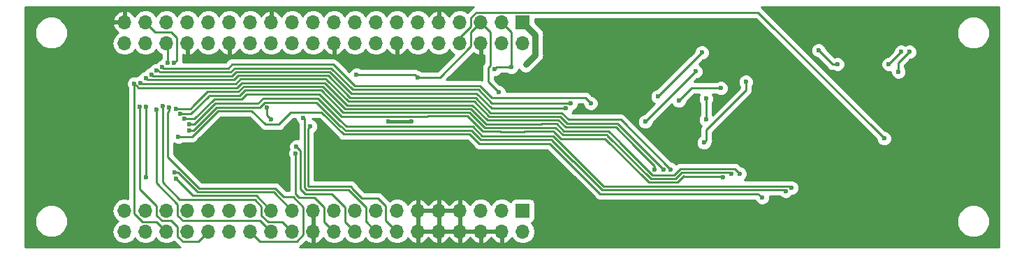
<source format=gbr>
G04 #@! TF.GenerationSoftware,KiCad,Pcbnew,5.0.2-5.fc29*
G04 #@! TF.CreationDate,2022-02-16T01:10:22+01:00*
G04 #@! TF.ProjectId,zynthian_zynaptik,7a796e74-6869-4616-9e5f-7a796e617074,1.0*
G04 #@! TF.SameCoordinates,Original*
G04 #@! TF.FileFunction,Copper,L2,Bot*
G04 #@! TF.FilePolarity,Positive*
%FSLAX46Y46*%
G04 Gerber Fmt 4.6, Leading zero omitted, Abs format (unit mm)*
G04 Created by KiCad (PCBNEW 5.0.2-5.fc29) date mié 16 feb 2022 01:10:22 CET*
%MOMM*%
%LPD*%
G01*
G04 APERTURE LIST*
G04 #@! TA.AperFunction,ComponentPad*
%ADD10O,1.700000X1.700000*%
G04 #@! TD*
G04 #@! TA.AperFunction,ComponentPad*
%ADD11R,1.700000X1.700000*%
G04 #@! TD*
G04 #@! TA.AperFunction,ViaPad*
%ADD12C,0.600000*%
G04 #@! TD*
G04 #@! TA.AperFunction,Conductor*
%ADD13C,0.250000*%
G04 #@! TD*
G04 #@! TA.AperFunction,Conductor*
%ADD14C,0.800000*%
G04 #@! TD*
G04 #@! TA.AperFunction,Conductor*
%ADD15C,0.400000*%
G04 #@! TD*
G04 #@! TA.AperFunction,Conductor*
%ADD16C,0.254000*%
G04 #@! TD*
G04 APERTURE END LIST*
D10*
G04 #@! TO.P,RBPi-1,40*
G04 #@! TO.N,N/C*
X70485000Y-106045000D03*
G04 #@! TO.P,RBPi-1,39*
G04 #@! TO.N,GND*
X70485000Y-103505000D03*
G04 #@! TO.P,RBPi-1,38*
G04 #@! TO.N,N/C*
X73025000Y-106045000D03*
G04 #@! TO.P,RBPi-1,37*
G04 #@! TO.N,/INTB*
X73025000Y-103505000D03*
G04 #@! TO.P,RBPi-1,36*
G04 #@! TO.N,/INTA*
X75565000Y-106045000D03*
G04 #@! TO.P,RBPi-1,35*
G04 #@! TO.N,N/C*
X75565000Y-103505000D03*
G04 #@! TO.P,RBPi-1,34*
G04 #@! TO.N,GND*
X78105000Y-106045000D03*
G04 #@! TO.P,RBPi-1,33*
G04 #@! TO.N,N/C*
X78105000Y-103505000D03*
G04 #@! TO.P,RBPi-1,32*
X80645000Y-106045000D03*
G04 #@! TO.P,RBPi-1,31*
X80645000Y-103505000D03*
G04 #@! TO.P,RBPi-1,30*
G04 #@! TO.N,GND*
X83185000Y-106045000D03*
G04 #@! TO.P,RBPi-1,29*
G04 #@! TO.N,N/C*
X83185000Y-103505000D03*
G04 #@! TO.P,RBPi-1,28*
X85725000Y-106045000D03*
G04 #@! TO.P,RBPi-1,27*
X85725000Y-103505000D03*
G04 #@! TO.P,RBPi-1,26*
X88265000Y-106045000D03*
G04 #@! TO.P,RBPi-1,25*
G04 #@! TO.N,GND*
X88265000Y-103505000D03*
G04 #@! TO.P,RBPi-1,24*
G04 #@! TO.N,N/C*
X90805000Y-106045000D03*
G04 #@! TO.P,RBPi-1,23*
X90805000Y-103505000D03*
G04 #@! TO.P,RBPi-1,22*
X93345000Y-106045000D03*
G04 #@! TO.P,RBPi-1,21*
X93345000Y-103505000D03*
G04 #@! TO.P,RBPi-1,20*
G04 #@! TO.N,GND*
X95885000Y-106045000D03*
G04 #@! TO.P,RBPi-1,19*
G04 #@! TO.N,N/C*
X95885000Y-103505000D03*
G04 #@! TO.P,RBPi-1,18*
X98425000Y-106045000D03*
G04 #@! TO.P,RBPi-1,17*
X98425000Y-103505000D03*
G04 #@! TO.P,RBPi-1,16*
X100965000Y-106045000D03*
G04 #@! TO.P,RBPi-1,15*
X100965000Y-103505000D03*
G04 #@! TO.P,RBPi-1,14*
G04 #@! TO.N,GND*
X103505000Y-106045000D03*
G04 #@! TO.P,RBPi-1,13*
G04 #@! TO.N,N/C*
X103505000Y-103505000D03*
G04 #@! TO.P,RBPi-1,12*
X106045000Y-106045000D03*
G04 #@! TO.P,RBPi-1,11*
X106045000Y-103505000D03*
G04 #@! TO.P,RBPi-1,10*
G04 #@! TO.N,/MIDI-IN*
X108585000Y-106045000D03*
G04 #@! TO.P,RBPi-1,9*
G04 #@! TO.N,GND*
X108585000Y-103505000D03*
G04 #@! TO.P,RBPi-1,8*
G04 #@! TO.N,/MIDI-OUT*
X111125000Y-106045000D03*
G04 #@! TO.P,RBPi-1,7*
G04 #@! TO.N,N/C*
X111125000Y-103505000D03*
G04 #@! TO.P,RBPi-1,6*
G04 #@! TO.N,GND*
X113665000Y-106045000D03*
G04 #@! TO.P,RBPi-1,5*
G04 #@! TO.N,/SCL*
X113665000Y-103505000D03*
G04 #@! TO.P,RBPi-1,4*
G04 #@! TO.N,+5V*
X116205000Y-106045000D03*
G04 #@! TO.P,RBPi-1,3*
G04 #@! TO.N,/SDA*
X116205000Y-103505000D03*
G04 #@! TO.P,RBPi-1,2*
G04 #@! TO.N,+5V*
X118745000Y-106045000D03*
D11*
G04 #@! TO.P,RBPi-1,1*
G04 #@! TO.N,+3V3*
X118745000Y-103505000D03*
G04 #@! TD*
G04 #@! TO.P,Zynaptik-1,1*
G04 #@! TO.N,+3V3*
X118745000Y-126365000D03*
D10*
G04 #@! TO.P,Zynaptik-1,2*
G04 #@! TO.N,+5V*
X118745000Y-128905000D03*
G04 #@! TO.P,Zynaptik-1,3*
G04 #@! TO.N,/SDA*
X116205000Y-126365000D03*
G04 #@! TO.P,Zynaptik-1,4*
G04 #@! TO.N,GND*
X116205000Y-128905000D03*
G04 #@! TO.P,Zynaptik-1,5*
G04 #@! TO.N,/SCL*
X113665000Y-126365000D03*
G04 #@! TO.P,Zynaptik-1,6*
G04 #@! TO.N,GND*
X113665000Y-128905000D03*
G04 #@! TO.P,Zynaptik-1,7*
X111125000Y-126365000D03*
G04 #@! TO.P,Zynaptik-1,8*
X111125000Y-128905000D03*
G04 #@! TO.P,Zynaptik-1,9*
X108585000Y-126365000D03*
G04 #@! TO.P,Zynaptik-1,10*
X108585000Y-128905000D03*
G04 #@! TO.P,Zynaptik-1,11*
X106045000Y-126365000D03*
G04 #@! TO.P,Zynaptik-1,12*
X106045000Y-128905000D03*
G04 #@! TO.P,Zynaptik-1,13*
G04 #@! TO.N,/DA-3*
X103505000Y-126365000D03*
G04 #@! TO.P,Zynaptik-1,14*
G04 #@! TO.N,/AD-3*
X103505000Y-128905000D03*
G04 #@! TO.P,Zynaptik-1,15*
G04 #@! TO.N,/DA-2*
X100965000Y-126365000D03*
G04 #@! TO.P,Zynaptik-1,16*
G04 #@! TO.N,/AD-2*
X100965000Y-128905000D03*
G04 #@! TO.P,Zynaptik-1,17*
G04 #@! TO.N,/DA-1*
X98425000Y-126365000D03*
G04 #@! TO.P,Zynaptik-1,18*
G04 #@! TO.N,/AD-1*
X98425000Y-128905000D03*
G04 #@! TO.P,Zynaptik-1,19*
G04 #@! TO.N,/DA-0*
X95885000Y-126365000D03*
G04 #@! TO.P,Zynaptik-1,20*
G04 #@! TO.N,/AD-0*
X95885000Y-128905000D03*
G04 #@! TO.P,Zynaptik-1,21*
G04 #@! TO.N,GND*
X93345000Y-126365000D03*
G04 #@! TO.P,Zynaptik-1,22*
X93345000Y-128905000D03*
G04 #@! TO.P,Zynaptik-1,23*
G04 #@! TO.N,/GPB7*
X90805000Y-126365000D03*
G04 #@! TO.P,Zynaptik-1,24*
G04 #@! TO.N,/GPA0*
X90805000Y-128905000D03*
G04 #@! TO.P,Zynaptik-1,25*
G04 #@! TO.N,/GPB6*
X88265000Y-126365000D03*
G04 #@! TO.P,Zynaptik-1,26*
G04 #@! TO.N,/GPA1*
X88265000Y-128905000D03*
G04 #@! TO.P,Zynaptik-1,27*
G04 #@! TO.N,/GPB5*
X85725000Y-126365000D03*
G04 #@! TO.P,Zynaptik-1,28*
G04 #@! TO.N,/GPA2*
X85725000Y-128905000D03*
G04 #@! TO.P,Zynaptik-1,29*
G04 #@! TO.N,GND*
X83185000Y-126365000D03*
G04 #@! TO.P,Zynaptik-1,30*
G04 #@! TO.N,/GPA3*
X83185000Y-128905000D03*
G04 #@! TO.P,Zynaptik-1,31*
G04 #@! TO.N,/GPB4*
X80645000Y-126365000D03*
G04 #@! TO.P,Zynaptik-1,32*
G04 #@! TO.N,/GPA4*
X80645000Y-128905000D03*
G04 #@! TO.P,Zynaptik-1,33*
G04 #@! TO.N,/GPB3*
X78105000Y-126365000D03*
G04 #@! TO.P,Zynaptik-1,34*
G04 #@! TO.N,GND*
X78105000Y-128905000D03*
G04 #@! TO.P,Zynaptik-1,35*
G04 #@! TO.N,/GPB2*
X75565000Y-126365000D03*
G04 #@! TO.P,Zynaptik-1,36*
G04 #@! TO.N,/GPA5*
X75565000Y-128905000D03*
G04 #@! TO.P,Zynaptik-1,37*
G04 #@! TO.N,/GPB1*
X73025000Y-126365000D03*
G04 #@! TO.P,Zynaptik-1,38*
G04 #@! TO.N,/GPA6*
X73025000Y-128905000D03*
G04 #@! TO.P,Zynaptik-1,39*
G04 #@! TO.N,/GPB0*
X70485000Y-126365000D03*
G04 #@! TO.P,Zynaptik-1,40*
G04 #@! TO.N,/GPA7*
X70485000Y-128905000D03*
G04 #@! TD*
D12*
G04 #@! TO.N,GND*
X131165600Y-105054400D03*
X123012200Y-107899200D03*
X124764800Y-109778800D03*
X133680200Y-105156000D03*
X127406400Y-105156000D03*
X127076200Y-107569000D03*
X152755600Y-117932200D03*
X157175200Y-121462800D03*
X154635200Y-120142000D03*
X161340800Y-121462800D03*
X162001200Y-122453400D03*
X160020000Y-122021600D03*
X159816800Y-109448600D03*
X159689800Y-111760000D03*
X160020000Y-103047800D03*
X158597600Y-103505000D03*
X159156400Y-105384600D03*
X165862000Y-113639600D03*
X165912800Y-115290600D03*
X156133800Y-114122200D03*
X157581600Y-117094000D03*
X146126200Y-104419400D03*
X147320000Y-106705400D03*
X145897600Y-107569000D03*
X147472400Y-109118400D03*
X135077200Y-107518200D03*
X70383400Y-114833400D03*
X70307200Y-116408200D03*
X96824800Y-121843800D03*
X97790000Y-121615200D03*
X116713000Y-119430800D03*
X116611400Y-122199400D03*
X151866600Y-110312200D03*
X151180800Y-108737400D03*
X166192200Y-102920800D03*
X164287200Y-103124000D03*
X154178000Y-102743000D03*
X153085800Y-102514400D03*
X139649200Y-103327200D03*
X111912400Y-109550200D03*
X93827600Y-118059200D03*
X94792800Y-117195600D03*
X83693000Y-120065800D03*
X85166200Y-122123200D03*
X94335600Y-121767600D03*
G04 #@! TO.N,/SCL*
X106000000Y-110200000D03*
X98592311Y-109892311D03*
G04 #@! TO.N,/AD-1*
X91325010Y-118609826D03*
G04 #@! TO.N,/AD-0*
X91200000Y-119400000D03*
G04 #@! TO.N,+3V3*
X119100000Y-108600000D03*
G04 #@! TO.N,/GPB6*
X76686941Y-122475000D03*
G04 #@! TO.N,/GPB7*
X76510757Y-121694641D03*
G04 #@! TO.N,/GPA3*
X73100000Y-122300000D03*
G04 #@! TO.N,Net-(D1-Pad2)*
X135128000Y-112522000D03*
X140462000Y-107188000D03*
G04 #@! TO.N,Net-(D1-Pad1)*
X140716000Y-118110000D03*
X145796000Y-110744000D03*
G04 #@! TO.N,/INTB*
X76492003Y-108445001D03*
G04 #@! TO.N,/INTA*
X75692000Y-108445001D03*
G04 #@! TO.N,/SCL*
X115824000Y-112014000D03*
G04 #@! TO.N,/SDA*
X117348000Y-108966000D03*
X115305000Y-109220000D03*
G04 #@! TO.N,/AD-3*
X93005408Y-116116347D03*
G04 #@! TO.N,/AD-2*
X92125800Y-115077400D03*
G04 #@! TO.N,Net-(OC1-Pad1)*
X137668000Y-113030000D03*
X142748000Y-111506000D03*
G04 #@! TO.N,/MIDI-THRU*
X140970000Y-112776000D03*
X140970000Y-115316000D03*
G04 #@! TO.N,/MIDI-OUT*
X162560000Y-117602000D03*
G04 #@! TO.N,/GPB0*
X145034000Y-121869200D03*
X76680389Y-113972632D03*
G04 #@! TO.N,/GPB1*
X144043400Y-121894600D03*
X77192823Y-114597632D03*
G04 #@! TO.N,/GPB2*
X143027400Y-122334610D03*
X77737636Y-115222632D03*
G04 #@! TO.N,/GPB3*
X151333200Y-123596400D03*
X78300000Y-115847632D03*
G04 #@! TO.N,/GPB4*
X78300000Y-116647635D03*
X150623425Y-124012029D03*
G04 #@! TO.N,/GPB5*
X77012800Y-117373400D03*
X147777200Y-124764800D03*
G04 #@! TO.N,/GPA0*
X127000000Y-113327510D03*
X75050000Y-108939913D03*
X75107800Y-113690400D03*
G04 #@! TO.N,/GPA1*
X124587000Y-113327510D03*
X74352587Y-109331854D03*
X74371200Y-114071400D03*
G04 #@! TO.N,/GPA2*
X124001321Y-113952510D03*
X73727587Y-109839007D03*
X75886536Y-113873632D03*
G04 #@! TO.N,/GPA3*
X136652000Y-121335000D03*
X73058147Y-110277017D03*
X73101200Y-113715800D03*
G04 #@! TO.N,/GPA4*
X135816758Y-121383642D03*
X72433147Y-110844891D03*
X72301197Y-113715800D03*
G04 #@! TO.N,/GPA5*
X134747000Y-121412000D03*
X71639265Y-110943658D03*
G04 #@! TO.N,Net-(MIDI-1-Pad3)*
X139700000Y-109474000D03*
X133604000Y-115570000D03*
G04 #@! TO.N,Net-(MIDI-2-Pad4)*
X156900000Y-108600000D03*
X154600000Y-106900000D03*
G04 #@! TO.N,Net-(MIDI-3-Pad3)*
X164291353Y-109508647D03*
X165600000Y-107100000D03*
G04 #@! TO.N,Net-(JP2-Pad1)*
X163100000Y-108600000D03*
X164600000Y-107100000D03*
G04 #@! TO.N,+VDC*
X102462500Y-115544600D03*
X105237500Y-115544600D03*
X87706200Y-113850010D03*
X88236884Y-115262298D03*
G04 #@! TD*
D13*
G04 #@! TO.N,/INTB*
X73025000Y-103505000D02*
X74200001Y-104680001D01*
X74200001Y-104680001D02*
X76129001Y-104680001D01*
G04 #@! TO.N,/SCL*
X108709002Y-110200000D02*
X106000000Y-110200000D01*
X112489999Y-106419003D02*
X108709002Y-110200000D01*
X113665000Y-103505000D02*
X112489999Y-104680001D01*
X112489999Y-104680001D02*
X112489999Y-106419003D01*
X105692311Y-109892311D02*
X106000000Y-110200000D01*
X98592311Y-109892311D02*
X105692311Y-109892311D01*
G04 #@! TO.N,/MIDI-OUT*
X111125000Y-106045000D02*
X111125000Y-105408590D01*
X112489999Y-104043591D02*
X112489999Y-102940999D01*
X112489999Y-102940999D02*
X113100999Y-102329999D01*
X113100999Y-102329999D02*
X143629999Y-102329999D01*
X111125000Y-105408590D02*
X112489999Y-104043591D01*
D14*
G04 #@! TO.N,+3V3*
X120245001Y-107454999D02*
X119100000Y-108600000D01*
X118745000Y-103505000D02*
X120245001Y-105005001D01*
X120245001Y-105005001D02*
X120245001Y-107454999D01*
D13*
G04 #@! TO.N,/GPA3*
X73100000Y-122300000D02*
X73100000Y-114950000D01*
G04 #@! TO.N,/GPA4*
X72300000Y-123711000D02*
X72300000Y-115500000D01*
X74389999Y-125800999D02*
X72300000Y-123711000D01*
X74389999Y-126929001D02*
X74389999Y-125800999D01*
X75000999Y-127540001D02*
X74389999Y-126929001D01*
X76929999Y-129469001D02*
X76929999Y-128340999D01*
X80645000Y-128905000D02*
X79469999Y-130080001D01*
X79469999Y-130080001D02*
X77540999Y-130080001D01*
X77540999Y-130080001D02*
X76929999Y-129469001D01*
X76929999Y-128340999D02*
X76129001Y-127540001D01*
X76129001Y-127540001D02*
X75000999Y-127540001D01*
G04 #@! TO.N,/GPA5*
X72650997Y-127729999D02*
X71660001Y-126739003D01*
X75565000Y-128905000D02*
X74389999Y-127729999D01*
X74389999Y-127729999D02*
X72650997Y-127729999D01*
G04 #@! TO.N,Net-(D1-Pad2)*
X135128000Y-112522000D02*
X140462000Y-107188000D01*
G04 #@! TO.N,Net-(D1-Pad1)*
X141015999Y-117810001D02*
X141015999Y-116540001D01*
X140716000Y-118110000D02*
X141015999Y-117810001D01*
X141015999Y-116540001D02*
X145796000Y-111760000D01*
X145796000Y-111760000D02*
X145796000Y-110744000D01*
G04 #@! TO.N,/INTB*
X76792002Y-105343002D02*
X76129001Y-104680001D01*
X76792002Y-108145002D02*
X76792002Y-105343002D01*
X76492003Y-108445001D02*
X76792002Y-108145002D01*
G04 #@! TO.N,/INTA*
X75692000Y-106172000D02*
X75565000Y-106045000D01*
X75692000Y-108445001D02*
X75692000Y-106172000D01*
G04 #@! TO.N,/SCL*
X114840001Y-108759997D02*
X114554000Y-109045998D01*
X113665000Y-103505000D02*
X114840001Y-104680001D01*
X114840001Y-104680001D02*
X114840001Y-108759997D01*
X114554000Y-109045998D02*
X114554000Y-110744000D01*
X114554000Y-110744000D02*
X115824000Y-112014000D01*
G04 #@! TO.N,/SDA*
X116205000Y-103505000D02*
X117380001Y-104680001D01*
X117380001Y-108933999D02*
X117348000Y-108966000D01*
X117380001Y-104680001D02*
X117380001Y-108933999D01*
X117348000Y-108966000D02*
X115559000Y-108966000D01*
X115559000Y-108966000D02*
X115305000Y-109220000D01*
G04 #@! TO.N,/AD-3*
X102140001Y-125800999D02*
X102140001Y-127540001D01*
X99257106Y-124821694D02*
X101160696Y-124821694D01*
X98069400Y-123633988D02*
X99257106Y-124821694D01*
X92728210Y-123400390D02*
X97873390Y-123400390D01*
X101160696Y-124821694D02*
X102140001Y-125800999D01*
X98069400Y-123596400D02*
X98069400Y-123633988D01*
X102140001Y-127540001D02*
X103505000Y-128905000D01*
X97873390Y-123400390D02*
X98069400Y-123596400D01*
X92728210Y-123400390D02*
X92728210Y-117331200D01*
X92728210Y-117331200D02*
X92728210Y-116393545D01*
X92728210Y-116393545D02*
X93005408Y-116116347D01*
G04 #@! TO.N,/AD-2*
X92278200Y-117402464D02*
X92278200Y-123594990D01*
X92278200Y-123594990D02*
X92533610Y-123850400D01*
X99789999Y-125990997D02*
X99789999Y-127729999D01*
X97649402Y-123850400D02*
X99789999Y-125990997D01*
X92533610Y-123850400D02*
X97649402Y-123850400D01*
X99789999Y-127729999D02*
X99796600Y-127736600D01*
X99796600Y-127736600D02*
X100965000Y-128905000D01*
X92278200Y-123594990D02*
X92278200Y-117144800D01*
X92275011Y-123591801D02*
X92278200Y-123594990D01*
X92275011Y-117399275D02*
X92275011Y-123591801D01*
X92278200Y-117144800D02*
X92278200Y-116383412D01*
X92278200Y-116383412D02*
X92278200Y-115229800D01*
X92278200Y-115229800D02*
X92125800Y-115077400D01*
G04 #@! TO.N,/AD-1*
X97249999Y-127729999D02*
X98425000Y-128905000D01*
X91325010Y-118609826D02*
X91825001Y-119109817D01*
X91825001Y-119109817D02*
X91825001Y-123778201D01*
X91825001Y-123778201D02*
X92386990Y-124340190D01*
X92386990Y-124340190D02*
X95599192Y-124340190D01*
X95599192Y-124340190D02*
X97249999Y-125990997D01*
X97249999Y-125990997D02*
X97249999Y-127729999D01*
G04 #@! TO.N,/AD-0*
X93509202Y-124790200D02*
X94709999Y-125990997D01*
X91644610Y-124790200D02*
X93509202Y-124790200D01*
X94709999Y-127729999D02*
X95885000Y-128905000D01*
X94709999Y-125990997D02*
X94709999Y-127729999D01*
X91200000Y-119400000D02*
X91200000Y-124345590D01*
X91200000Y-124345590D02*
X91644610Y-124790200D01*
G04 #@! TO.N,Net-(OC1-Pad1)*
X137668000Y-113030000D02*
X139192000Y-111506000D01*
X139192000Y-111506000D02*
X142748000Y-111506000D01*
G04 #@! TO.N,/MIDI-THRU*
X140970000Y-112776000D02*
X140970000Y-115316000D01*
G04 #@! TO.N,/MIDI-OUT*
X143629999Y-102329999D02*
X143731999Y-102329999D01*
X143629999Y-102329999D02*
X147287999Y-102329999D01*
X147287999Y-102329999D02*
X162560000Y-117602000D01*
G04 #@! TO.N,/GPB0*
X84297919Y-111919901D02*
X80535898Y-111919902D01*
X84907360Y-111310460D02*
X84297919Y-111919901D01*
X97209629Y-113973629D02*
X97184229Y-113973629D01*
X137068399Y-122037001D02*
X134446999Y-122037001D01*
X112469389Y-113999029D02*
X97235029Y-113999029D01*
X137845800Y-121259600D02*
X137068399Y-122037001D01*
X123744570Y-116687600D02*
X122884800Y-115827830D01*
X130454400Y-118044402D02*
X130454400Y-118008400D01*
X130454400Y-118008400D02*
X129126410Y-116680410D01*
X134446999Y-122037001D02*
X130454400Y-118044402D01*
X145034000Y-121869200D02*
X144424400Y-121259600D01*
X144424400Y-121259600D02*
X137845800Y-121259600D01*
X97235029Y-113999029D02*
X97209629Y-113973629D01*
X123751760Y-116680410D02*
X123744570Y-116687600D01*
X129126410Y-116680410D02*
X123751760Y-116680410D01*
X122884800Y-115827830D02*
X121052570Y-115827830D01*
X121052570Y-115827830D02*
X121038190Y-115842210D01*
X121038190Y-115842210D02*
X114292810Y-115842210D01*
X114292810Y-115842210D02*
X113715800Y-115265200D01*
X80535898Y-111919902D02*
X78858800Y-113597000D01*
X97184229Y-113973629D02*
X94521060Y-111310460D01*
X113715800Y-115265200D02*
X113715800Y-115245440D01*
X78858800Y-113597000D02*
X78858800Y-113639600D01*
X94521060Y-111310460D02*
X84907360Y-111310460D01*
X113715800Y-115245440D02*
X112469389Y-113999029D01*
X78483168Y-113972632D02*
X78858800Y-113597000D01*
X76680389Y-113972632D02*
X78483168Y-113972632D01*
G04 #@! TO.N,/GPB1*
X143858410Y-121709610D02*
X144043400Y-121894600D01*
X138032200Y-121709610D02*
X143858410Y-121709610D01*
X137254800Y-122487010D02*
X138032200Y-121709610D01*
X134260599Y-122487011D02*
X137254800Y-122487010D01*
X128979790Y-117206202D02*
X134260599Y-122487011D01*
X80697210Y-112395000D02*
X84459228Y-112395000D01*
X78537178Y-114597632D02*
X80689010Y-112445800D01*
X80689010Y-112403200D02*
X80697210Y-112395000D01*
X96999239Y-114449039D02*
X112263229Y-114449039D01*
X85093758Y-111760470D02*
X94310670Y-111760470D01*
X77192823Y-114597632D02*
X78537178Y-114597632D01*
X122727160Y-116306600D02*
X123590760Y-117170200D01*
X94310670Y-111760470D02*
X96999239Y-114449039D01*
X112263229Y-114449039D02*
X114106409Y-116292219D01*
X84459228Y-112395000D02*
X85093758Y-111760470D01*
X114106409Y-116292219D02*
X116216019Y-116292219D01*
X116216019Y-116292219D02*
X116230400Y-116306600D01*
X116230400Y-116306600D02*
X122727160Y-116306600D01*
X123590760Y-117170200D02*
X128979790Y-117170200D01*
X80689010Y-112445800D02*
X80689010Y-112403200D01*
X128979790Y-117170200D02*
X128979790Y-117206202D01*
G04 #@! TO.N,/GPB2*
X116029619Y-116742229D02*
X116051190Y-116763800D01*
X116029619Y-116742229D02*
X116081829Y-116742229D01*
X116081829Y-116742229D02*
X116103400Y-116763800D01*
X116103400Y-116763800D02*
X117957600Y-116763800D01*
X118922800Y-116763800D02*
X118929990Y-116756610D01*
X117957600Y-116763800D02*
X118922800Y-116763800D01*
X118929990Y-116756610D02*
X122540760Y-116756610D01*
X122540760Y-116756610D02*
X122540760Y-116774960D01*
X123386009Y-117620209D02*
X125670600Y-117620210D01*
X122540760Y-116774960D02*
X123386009Y-117620209D01*
X125670600Y-117620210D02*
X128745410Y-117620210D01*
X128745410Y-117620210D02*
X133578600Y-122453400D01*
X134062220Y-122937020D02*
X136119620Y-122937020D01*
X133578600Y-122453400D02*
X134062220Y-122937020D01*
X136119620Y-122937020D02*
X137488910Y-122937020D01*
X138201400Y-122199400D02*
X138241180Y-122159620D01*
X137488910Y-122937020D02*
X138201400Y-122224530D01*
X138201400Y-122224530D02*
X138201400Y-122199400D01*
X138201400Y-122224530D02*
X142917320Y-122224530D01*
X142917320Y-122224530D02*
X143027400Y-122334610D01*
X112054249Y-114899049D02*
X113897429Y-116742229D01*
X113897429Y-116742229D02*
X116029619Y-116742229D01*
X107218549Y-114899049D02*
X112054249Y-114899049D01*
X96783999Y-114919599D02*
X107197999Y-114919599D01*
X94074880Y-112210480D02*
X96783999Y-114919599D01*
X78934968Y-115222632D02*
X81261790Y-112895810D01*
X85280158Y-112210480D02*
X94074880Y-112210480D01*
X77737636Y-115222632D02*
X78934968Y-115222632D01*
X107197999Y-114919599D02*
X107218549Y-114899049D01*
X81261790Y-112895810D02*
X81287190Y-112895810D01*
X81287190Y-112895810D02*
X81337990Y-112845010D01*
X84645628Y-112845010D02*
X85280158Y-112210480D01*
X81337990Y-112845010D02*
X84645628Y-112845010D01*
G04 #@! TO.N,/GPB3*
X151123829Y-123387029D02*
X151333200Y-123596400D01*
X80949800Y-113859274D02*
X80949800Y-113844210D01*
X112688391Y-116169601D02*
X113841390Y-117322600D01*
X128516419Y-123387029D02*
X151123829Y-123387029D01*
X97397591Y-116169601D02*
X112688391Y-116169601D01*
X113841390Y-117322600D02*
X122451990Y-117322600D01*
X122451990Y-117322600D02*
X128516419Y-123387029D01*
X78946378Y-115847632D02*
X80949800Y-113844210D01*
X78300000Y-115847632D02*
X78946378Y-115847632D01*
X93937801Y-112757791D02*
X96573609Y-115393599D01*
X96573609Y-115393599D02*
X97397591Y-116169601D01*
X93905210Y-112725200D02*
X93937801Y-112757791D01*
X80949800Y-113844210D02*
X81433810Y-113360200D01*
X87274400Y-112725200D02*
X93905210Y-112725200D01*
X81433810Y-113360200D02*
X86639400Y-113360200D01*
X86639400Y-113360200D02*
X87274400Y-112725200D01*
G04 #@! TO.N,/GPB4*
X104876600Y-116636800D02*
X104893789Y-116619611D01*
X110642400Y-116636800D02*
X110659589Y-116619611D01*
X104876600Y-116636800D02*
X110642400Y-116636800D01*
X110642400Y-116636800D02*
X112496600Y-116636800D01*
X113632409Y-117772609D02*
X113654990Y-117772610D01*
X112496600Y-116636800D02*
X113632409Y-117772609D01*
X113654990Y-117772610D02*
X116890800Y-117772610D01*
X116890800Y-117772610D02*
X122265590Y-117772610D01*
X122265590Y-117772610D02*
X122265590Y-117795190D01*
X122265590Y-117795190D02*
X124841000Y-120370600D01*
X124863580Y-120370600D02*
X128343380Y-123850400D01*
X124841000Y-120370600D02*
X124863580Y-120370600D01*
X142468600Y-123850400D02*
X142481961Y-123837039D01*
X128343380Y-123850400D02*
X142468600Y-123850400D01*
X142481961Y-123837039D02*
X150448435Y-123837039D01*
X150448435Y-123837039D02*
X150623425Y-124012029D01*
X97228380Y-116636800D02*
X99339400Y-116636800D01*
X93751400Y-113207800D02*
X96647000Y-116103400D01*
X87452200Y-113207800D02*
X93751400Y-113207800D01*
X78797849Y-116647635D02*
X81457800Y-113987684D01*
X78300000Y-116647635D02*
X78797849Y-116647635D01*
X81457800Y-113987684D02*
X81457800Y-113972620D01*
X81457800Y-113972620D02*
X81620210Y-113810210D01*
X99339400Y-116636800D02*
X104876600Y-116636800D01*
X81620210Y-113810210D02*
X86849791Y-113810209D01*
X86849791Y-113810209D02*
X87452200Y-113207800D01*
X96670918Y-116103400D02*
X97084150Y-116492570D01*
X97084150Y-116492570D02*
X97228380Y-116636800D01*
X96647000Y-116103400D02*
X96670918Y-116103400D01*
G04 #@! TO.N,/GPB5*
X125907800Y-122097800D02*
X128110410Y-124300410D01*
X125882400Y-122097800D02*
X125907800Y-122097800D01*
X112310200Y-117086810D02*
X113436400Y-118213010D01*
X147751800Y-124764800D02*
X147777200Y-124764800D01*
X113436400Y-118213010D02*
X113437810Y-118213010D01*
X81807294Y-114274600D02*
X85905618Y-114274600D01*
X77012800Y-117373400D02*
X78708494Y-117373400D01*
X97001190Y-117094000D02*
X97891600Y-117094000D01*
X122021600Y-118237000D02*
X125882400Y-122097800D01*
X89192301Y-115887299D02*
X90627200Y-114452400D01*
X113437810Y-118213010D02*
X113447420Y-118222620D01*
X78708494Y-117373400D02*
X81807294Y-114274600D01*
X128110410Y-124300410D02*
X147287410Y-124300410D01*
X85905618Y-114274600D02*
X87518317Y-115887299D01*
X90627200Y-114452400D02*
X94359590Y-114452400D01*
X147287410Y-124300410D02*
X147751800Y-124764800D01*
X94359590Y-114452400D02*
X97001190Y-117094000D01*
X97891600Y-117094000D02*
X97898790Y-117086810D01*
X87518317Y-115887299D02*
X89192301Y-115887299D01*
X97898790Y-117086810D02*
X112310200Y-117086810D01*
X113447420Y-118222620D02*
X122021600Y-118222620D01*
X122021600Y-118222620D02*
X122021600Y-118237000D01*
G04 #@! TO.N,/GPB6*
X76686941Y-122475000D02*
X78761931Y-124549990D01*
X86449990Y-124549990D02*
X88265000Y-126365000D01*
X78761931Y-124549990D02*
X86449990Y-124549990D01*
G04 #@! TO.N,/GPA0*
X75100000Y-122928200D02*
X75100000Y-121813061D01*
X90805000Y-128905000D02*
X89629999Y-127729999D01*
X89629999Y-127729999D02*
X87890997Y-127729999D01*
X87890997Y-127729999D02*
X87089999Y-126929001D01*
X77171800Y-125000000D02*
X75100000Y-122928200D01*
X87089999Y-126929001D02*
X87089999Y-125826409D01*
X87089999Y-125826409D02*
X86263590Y-125000000D01*
X86263590Y-125000000D02*
X77171800Y-125000000D01*
X113538000Y-111226600D02*
X114950401Y-112639001D01*
X98374200Y-111226600D02*
X113538000Y-111226600D01*
X95758000Y-108610400D02*
X98374200Y-111226600D01*
X114950401Y-112639001D02*
X122260199Y-112639001D01*
X83489800Y-108610400D02*
X95758000Y-108610400D01*
X122260199Y-112639001D02*
X126311491Y-112639001D01*
X126311491Y-112639001D02*
X127000000Y-113327510D01*
X75180089Y-109070002D02*
X75050000Y-108939913D01*
X83489800Y-108610400D02*
X83030198Y-109070002D01*
X83030198Y-109070002D02*
X75180089Y-109070002D01*
X75100000Y-121813061D02*
X75100000Y-113708000D01*
X75100000Y-113708000D02*
X75031600Y-113639600D01*
G04 #@! TO.N,/GPB7*
X79340360Y-124099980D02*
X76935021Y-121694641D01*
X90805000Y-126365000D02*
X88539980Y-124099980D01*
X76935021Y-121694641D02*
X76510757Y-121694641D01*
X88539980Y-124099980D02*
X79340360Y-124099980D01*
G04 #@! TO.N,/GPA1*
X115002500Y-113327510D02*
X124587000Y-113327510D01*
X113351600Y-111676610D02*
X115002500Y-113327510D01*
X98163810Y-111676610D02*
X113351600Y-111676610D01*
X83827190Y-109060410D02*
X95547610Y-109060410D01*
X95547610Y-109060410D02*
X98163810Y-111676610D01*
X74516939Y-109331854D02*
X74352587Y-109331854D01*
X74749999Y-109564914D02*
X74516939Y-109331854D01*
X83827190Y-109060410D02*
X83322686Y-109564914D01*
X83322686Y-109564914D02*
X74749999Y-109564914D01*
X86900001Y-127540001D02*
X88265000Y-128905000D01*
X77540999Y-127540001D02*
X86900001Y-127540001D01*
X76929999Y-125570999D02*
X76929999Y-126929001D01*
X74371200Y-114071400D02*
X74371200Y-123012200D01*
X76929999Y-126929001D02*
X77540999Y-127540001D01*
X74371200Y-123012200D02*
X76929999Y-125570999D01*
G04 #@! TO.N,/GPA2*
X91369001Y-130080001D02*
X86900001Y-130080001D01*
X86900001Y-130080001D02*
X85725000Y-128905000D01*
X92169999Y-129279003D02*
X91369001Y-130080001D01*
X92169999Y-125951999D02*
X92169999Y-129279003D01*
X90932000Y-124714000D02*
X92169999Y-125951999D01*
X89916000Y-124714000D02*
X90093800Y-124714000D01*
X90093800Y-124714000D02*
X90932000Y-124714000D01*
X97953420Y-112126620D02*
X113165200Y-112126620D01*
X113165200Y-112149200D02*
X114968510Y-113952510D01*
X95361210Y-109534410D02*
X97953420Y-112126620D01*
X95361210Y-109510420D02*
X95361210Y-109534410D01*
X113165200Y-112126620D02*
X113165200Y-112149200D01*
X84013590Y-109510420D02*
X95361210Y-109510420D01*
X114968510Y-113952510D02*
X124001321Y-113952510D01*
X84013590Y-109510420D02*
X83509086Y-110014924D01*
X73903504Y-110014924D02*
X73727587Y-109839007D01*
X83509086Y-110014924D02*
X73903504Y-110014924D01*
X75886536Y-113873632D02*
X75886536Y-114297896D01*
X75886536Y-114297896D02*
X75725000Y-114459432D01*
X75725000Y-119848210D02*
X79523990Y-123647200D01*
X79523990Y-123647200D02*
X88723610Y-123647200D01*
X89790410Y-124714000D02*
X90093800Y-124714000D01*
X75725000Y-114459432D02*
X75725000Y-119848210D01*
X88723610Y-123647200D02*
X89790410Y-124714000D01*
G04 #@! TO.N,/GPA3*
X84222570Y-109960430D02*
X92659200Y-109960430D01*
X95150820Y-109960430D02*
X97813990Y-112623600D01*
X92659200Y-109960430D02*
X95150820Y-109960430D01*
X100965000Y-112623600D02*
X100990400Y-112649000D01*
X97813990Y-112623600D02*
X100965000Y-112623600D01*
X113003190Y-112623600D02*
X114857390Y-114477800D01*
X100965000Y-112623600D02*
X113003190Y-112623600D01*
X114857390Y-114477800D02*
X123444000Y-114477800D01*
X130630502Y-115313502D02*
X136652000Y-121335000D01*
X123444000Y-114477800D02*
X124279702Y-115313502D01*
X124279702Y-115313502D02*
X130630502Y-115313502D01*
X73246064Y-110464934D02*
X73058147Y-110277017D01*
X84222570Y-109960430D02*
X83718066Y-110464934D01*
X83718066Y-110464934D02*
X73246064Y-110464934D01*
X73100000Y-114950000D02*
X73100000Y-113717000D01*
X73100000Y-113717000D02*
X73101200Y-113715800D01*
G04 #@! TO.N,/GPA4*
X84534560Y-110410440D02*
X90627200Y-110410440D01*
X90627200Y-110410440D02*
X94964420Y-110410440D01*
X94964420Y-110410440D02*
X94964420Y-110433020D01*
X97605009Y-113073609D02*
X97627590Y-113073610D01*
X94964420Y-110433020D02*
X97605009Y-113073609D01*
X97605009Y-113073609D02*
X100627609Y-113073609D01*
X112732391Y-113099009D02*
X112739582Y-113106200D01*
X100627609Y-113073609D02*
X100653009Y-113099009D01*
X100653009Y-113099009D02*
X112732391Y-113099009D01*
X112849380Y-113106200D02*
X114678180Y-114935000D01*
X112739582Y-113106200D02*
X112849380Y-113106200D01*
X116230400Y-114935000D02*
X116237590Y-114927810D01*
X114678180Y-114935000D02*
X116230400Y-114935000D01*
X123257600Y-114927810D02*
X124102990Y-115773200D01*
X116237590Y-114927810D02*
X123257600Y-114927810D01*
X130200400Y-115773200D02*
X130810000Y-116382800D01*
X124102990Y-115773200D02*
X130200400Y-115773200D01*
X130810000Y-116382800D02*
X130815916Y-116382800D01*
X130815916Y-116382800D02*
X135816758Y-121383642D01*
X72565381Y-110977125D02*
X72433147Y-110844891D01*
X84534560Y-110410440D02*
X83967875Y-110977125D01*
X83967875Y-110977125D02*
X72565381Y-110977125D01*
X72300000Y-115500000D02*
X72300000Y-113716997D01*
X72300000Y-113716997D02*
X72301197Y-113715800D01*
G04 #@! TO.N,/GPA5*
X116535200Y-115392200D02*
X116549580Y-115377820D01*
X116662200Y-115392200D02*
X116676580Y-115377820D01*
X116535200Y-115392200D02*
X116662200Y-115392200D01*
X123071200Y-115377820D02*
X123923780Y-116230400D01*
X116676580Y-115377820D02*
X123071200Y-115377820D01*
X130021190Y-116230400D02*
X132359400Y-118568610D01*
X123923780Y-116230400D02*
X130021190Y-116230400D01*
X132359400Y-118568610D02*
X132360810Y-118568610D01*
X132360810Y-118568610D02*
X134747000Y-120954800D01*
X134747000Y-120954800D02*
X134747000Y-121412000D01*
X94731450Y-110860450D02*
X84720960Y-110860450D01*
X97394619Y-113523619D02*
X94731450Y-110860450D01*
X116535200Y-115392200D02*
X114498970Y-115392200D01*
X114498970Y-115392200D02*
X112655789Y-113549019D01*
X112655789Y-113549019D02*
X97444009Y-113549019D01*
X97444009Y-113549019D02*
X97418609Y-113523619D01*
X97418609Y-113523619D02*
X97394619Y-113523619D01*
X71660001Y-126739003D02*
X71660001Y-114514263D01*
X71639265Y-114493527D02*
X71639265Y-110943658D01*
X71660001Y-114514263D02*
X71639265Y-114493527D01*
X71939264Y-111243657D02*
X71639265Y-110943658D01*
X72165499Y-111469892D02*
X71939264Y-111243657D01*
X84111518Y-111469892D02*
X72165499Y-111469892D01*
X84720960Y-110860450D02*
X84111518Y-111469892D01*
G04 #@! TO.N,Net-(MIDI-1-Pad3)*
X139700000Y-109474000D02*
X133604000Y-115570000D01*
G04 #@! TO.N,Net-(MIDI-2-Pad4)*
X156900000Y-108600000D02*
X156300000Y-108600000D01*
X156300000Y-108600000D02*
X154600000Y-106900000D01*
G04 #@! TO.N,Net-(MIDI-3-Pad3)*
X164291353Y-109508647D02*
X164291353Y-108408647D01*
X164291353Y-108408647D02*
X165600000Y-107100000D01*
G04 #@! TO.N,Net-(JP2-Pad1)*
X163100000Y-108600000D02*
X164600000Y-107100000D01*
D15*
G04 #@! TO.N,+VDC*
X102462500Y-115544600D02*
X105237500Y-115544600D01*
D13*
X87706200Y-113850010D02*
X87706200Y-114731614D01*
X87706200Y-114731614D02*
X88236884Y-115262298D01*
G04 #@! TD*
D16*
G04 #@! TO.N,GND*
G36*
X112741901Y-101655897D02*
X112616525Y-101739670D01*
X112616523Y-101739672D01*
X112553070Y-101782070D01*
X112510671Y-101845524D01*
X112031492Y-102324705D01*
X111704418Y-102106161D01*
X111271256Y-102020000D01*
X110978744Y-102020000D01*
X110545582Y-102106161D01*
X110054375Y-102434375D01*
X109841157Y-102753478D01*
X109780183Y-102623642D01*
X109351924Y-102233355D01*
X108941890Y-102063524D01*
X108712000Y-102184845D01*
X108712000Y-103378000D01*
X108732000Y-103378000D01*
X108732000Y-103632000D01*
X108712000Y-103632000D01*
X108712000Y-103652000D01*
X108458000Y-103652000D01*
X108458000Y-103632000D01*
X108438000Y-103632000D01*
X108438000Y-103378000D01*
X108458000Y-103378000D01*
X108458000Y-102184845D01*
X108228110Y-102063524D01*
X107818076Y-102233355D01*
X107389817Y-102623642D01*
X107328843Y-102753478D01*
X107115625Y-102434375D01*
X106624418Y-102106161D01*
X106191256Y-102020000D01*
X105898744Y-102020000D01*
X105465582Y-102106161D01*
X104974375Y-102434375D01*
X104775000Y-102732761D01*
X104575625Y-102434375D01*
X104084418Y-102106161D01*
X103651256Y-102020000D01*
X103358744Y-102020000D01*
X102925582Y-102106161D01*
X102434375Y-102434375D01*
X102235000Y-102732761D01*
X102035625Y-102434375D01*
X101544418Y-102106161D01*
X101111256Y-102020000D01*
X100818744Y-102020000D01*
X100385582Y-102106161D01*
X99894375Y-102434375D01*
X99695000Y-102732761D01*
X99495625Y-102434375D01*
X99004418Y-102106161D01*
X98571256Y-102020000D01*
X98278744Y-102020000D01*
X97845582Y-102106161D01*
X97354375Y-102434375D01*
X97155000Y-102732761D01*
X96955625Y-102434375D01*
X96464418Y-102106161D01*
X96031256Y-102020000D01*
X95738744Y-102020000D01*
X95305582Y-102106161D01*
X94814375Y-102434375D01*
X94615000Y-102732761D01*
X94415625Y-102434375D01*
X93924418Y-102106161D01*
X93491256Y-102020000D01*
X93198744Y-102020000D01*
X92765582Y-102106161D01*
X92274375Y-102434375D01*
X92075000Y-102732761D01*
X91875625Y-102434375D01*
X91384418Y-102106161D01*
X90951256Y-102020000D01*
X90658744Y-102020000D01*
X90225582Y-102106161D01*
X89734375Y-102434375D01*
X89521157Y-102753478D01*
X89460183Y-102623642D01*
X89031924Y-102233355D01*
X88621890Y-102063524D01*
X88392000Y-102184845D01*
X88392000Y-103378000D01*
X88412000Y-103378000D01*
X88412000Y-103632000D01*
X88392000Y-103632000D01*
X88392000Y-103652000D01*
X88138000Y-103652000D01*
X88138000Y-103632000D01*
X88118000Y-103632000D01*
X88118000Y-103378000D01*
X88138000Y-103378000D01*
X88138000Y-102184845D01*
X87908110Y-102063524D01*
X87498076Y-102233355D01*
X87069817Y-102623642D01*
X87008843Y-102753478D01*
X86795625Y-102434375D01*
X86304418Y-102106161D01*
X85871256Y-102020000D01*
X85578744Y-102020000D01*
X85145582Y-102106161D01*
X84654375Y-102434375D01*
X84455000Y-102732761D01*
X84255625Y-102434375D01*
X83764418Y-102106161D01*
X83331256Y-102020000D01*
X83038744Y-102020000D01*
X82605582Y-102106161D01*
X82114375Y-102434375D01*
X81915000Y-102732761D01*
X81715625Y-102434375D01*
X81224418Y-102106161D01*
X80791256Y-102020000D01*
X80498744Y-102020000D01*
X80065582Y-102106161D01*
X79574375Y-102434375D01*
X79375000Y-102732761D01*
X79175625Y-102434375D01*
X78684418Y-102106161D01*
X78251256Y-102020000D01*
X77958744Y-102020000D01*
X77525582Y-102106161D01*
X77034375Y-102434375D01*
X76835000Y-102732761D01*
X76635625Y-102434375D01*
X76144418Y-102106161D01*
X75711256Y-102020000D01*
X75418744Y-102020000D01*
X74985582Y-102106161D01*
X74494375Y-102434375D01*
X74295000Y-102732761D01*
X74095625Y-102434375D01*
X73604418Y-102106161D01*
X73171256Y-102020000D01*
X72878744Y-102020000D01*
X72445582Y-102106161D01*
X71954375Y-102434375D01*
X71741157Y-102753478D01*
X71680183Y-102623642D01*
X71251924Y-102233355D01*
X70841890Y-102063524D01*
X70612000Y-102184845D01*
X70612000Y-103378000D01*
X70632000Y-103378000D01*
X70632000Y-103632000D01*
X70612000Y-103632000D01*
X70612000Y-103652000D01*
X70358000Y-103652000D01*
X70358000Y-103632000D01*
X69164181Y-103632000D01*
X69043514Y-103861892D01*
X69289817Y-104386358D01*
X69714786Y-104773647D01*
X69414375Y-104974375D01*
X69086161Y-105465582D01*
X68970908Y-106045000D01*
X69086161Y-106624418D01*
X69414375Y-107115625D01*
X69905582Y-107443839D01*
X70338744Y-107530000D01*
X70631256Y-107530000D01*
X71064418Y-107443839D01*
X71555625Y-107115625D01*
X71755000Y-106817239D01*
X71954375Y-107115625D01*
X72445582Y-107443839D01*
X72878744Y-107530000D01*
X73171256Y-107530000D01*
X73604418Y-107443839D01*
X74095625Y-107115625D01*
X74295000Y-106817239D01*
X74494375Y-107115625D01*
X74932000Y-107408037D01*
X74932000Y-107882711D01*
X74899345Y-107915366D01*
X74861888Y-108005795D01*
X74520365Y-108147258D01*
X74270769Y-108396854D01*
X74166604Y-108396854D01*
X73822952Y-108539199D01*
X73559932Y-108802219D01*
X73512834Y-108915924D01*
X73197952Y-109046352D01*
X72934932Y-109309372D01*
X72921410Y-109342017D01*
X72872164Y-109342017D01*
X72528512Y-109484362D01*
X72265492Y-109747382D01*
X72188034Y-109934384D01*
X71916983Y-110046656D01*
X71825248Y-110008658D01*
X71453282Y-110008658D01*
X71109630Y-110151003D01*
X70846610Y-110414023D01*
X70704265Y-110757675D01*
X70704265Y-111129641D01*
X70846610Y-111473293D01*
X70879266Y-111505949D01*
X70879265Y-114418680D01*
X70864377Y-114493527D01*
X70879265Y-114568374D01*
X70879265Y-114568378D01*
X70900002Y-114672630D01*
X70900001Y-124933457D01*
X70631256Y-124880000D01*
X70338744Y-124880000D01*
X69905582Y-124966161D01*
X69414375Y-125294375D01*
X69086161Y-125785582D01*
X68970908Y-126365000D01*
X69086161Y-126944418D01*
X69414375Y-127435625D01*
X69712761Y-127635000D01*
X69414375Y-127834375D01*
X69086161Y-128325582D01*
X68970908Y-128905000D01*
X69086161Y-129484418D01*
X69414375Y-129975625D01*
X69905582Y-130303839D01*
X70338744Y-130390000D01*
X70631256Y-130390000D01*
X71064418Y-130303839D01*
X71555625Y-129975625D01*
X71755000Y-129677239D01*
X71954375Y-129975625D01*
X72445582Y-130303839D01*
X72878744Y-130390000D01*
X73171256Y-130390000D01*
X73604418Y-130303839D01*
X74095625Y-129975625D01*
X74295000Y-129677239D01*
X74494375Y-129975625D01*
X74985582Y-130303839D01*
X75418744Y-130390000D01*
X75711256Y-130390000D01*
X76144418Y-130303839D01*
X76471492Y-130085295D01*
X76950671Y-130564476D01*
X76993070Y-130627930D01*
X77056523Y-130670328D01*
X77056525Y-130670330D01*
X77181901Y-130754103D01*
X77190726Y-130760000D01*
X58470000Y-130760000D01*
X58470000Y-127240159D01*
X59610000Y-127240159D01*
X59610000Y-128029841D01*
X59912199Y-128759412D01*
X60470588Y-129317801D01*
X61200159Y-129620000D01*
X61989841Y-129620000D01*
X62719412Y-129317801D01*
X63277801Y-128759412D01*
X63580000Y-128029841D01*
X63580000Y-127240159D01*
X63277801Y-126510588D01*
X62719412Y-125952199D01*
X61989841Y-125650000D01*
X61200159Y-125650000D01*
X60470588Y-125952199D01*
X59912199Y-126510588D01*
X59610000Y-127240159D01*
X58470000Y-127240159D01*
X58470000Y-104380159D01*
X59610000Y-104380159D01*
X59610000Y-105169841D01*
X59912199Y-105899412D01*
X60470588Y-106457801D01*
X61200159Y-106760000D01*
X61989841Y-106760000D01*
X62719412Y-106457801D01*
X63277801Y-105899412D01*
X63580000Y-105169841D01*
X63580000Y-104380159D01*
X63277801Y-103650588D01*
X62775321Y-103148108D01*
X69043514Y-103148108D01*
X69164181Y-103378000D01*
X70358000Y-103378000D01*
X70358000Y-102184845D01*
X70128110Y-102063524D01*
X69718076Y-102233355D01*
X69289817Y-102623642D01*
X69043514Y-103148108D01*
X62775321Y-103148108D01*
X62719412Y-103092199D01*
X61989841Y-102790000D01*
X61200159Y-102790000D01*
X60470588Y-103092199D01*
X59912199Y-103650588D01*
X59610000Y-104380159D01*
X58470000Y-104380159D01*
X58470000Y-101650000D01*
X112750726Y-101650000D01*
X112741901Y-101655897D01*
X112741901Y-101655897D01*
G37*
X112741901Y-101655897D02*
X112616525Y-101739670D01*
X112616523Y-101739672D01*
X112553070Y-101782070D01*
X112510671Y-101845524D01*
X112031492Y-102324705D01*
X111704418Y-102106161D01*
X111271256Y-102020000D01*
X110978744Y-102020000D01*
X110545582Y-102106161D01*
X110054375Y-102434375D01*
X109841157Y-102753478D01*
X109780183Y-102623642D01*
X109351924Y-102233355D01*
X108941890Y-102063524D01*
X108712000Y-102184845D01*
X108712000Y-103378000D01*
X108732000Y-103378000D01*
X108732000Y-103632000D01*
X108712000Y-103632000D01*
X108712000Y-103652000D01*
X108458000Y-103652000D01*
X108458000Y-103632000D01*
X108438000Y-103632000D01*
X108438000Y-103378000D01*
X108458000Y-103378000D01*
X108458000Y-102184845D01*
X108228110Y-102063524D01*
X107818076Y-102233355D01*
X107389817Y-102623642D01*
X107328843Y-102753478D01*
X107115625Y-102434375D01*
X106624418Y-102106161D01*
X106191256Y-102020000D01*
X105898744Y-102020000D01*
X105465582Y-102106161D01*
X104974375Y-102434375D01*
X104775000Y-102732761D01*
X104575625Y-102434375D01*
X104084418Y-102106161D01*
X103651256Y-102020000D01*
X103358744Y-102020000D01*
X102925582Y-102106161D01*
X102434375Y-102434375D01*
X102235000Y-102732761D01*
X102035625Y-102434375D01*
X101544418Y-102106161D01*
X101111256Y-102020000D01*
X100818744Y-102020000D01*
X100385582Y-102106161D01*
X99894375Y-102434375D01*
X99695000Y-102732761D01*
X99495625Y-102434375D01*
X99004418Y-102106161D01*
X98571256Y-102020000D01*
X98278744Y-102020000D01*
X97845582Y-102106161D01*
X97354375Y-102434375D01*
X97155000Y-102732761D01*
X96955625Y-102434375D01*
X96464418Y-102106161D01*
X96031256Y-102020000D01*
X95738744Y-102020000D01*
X95305582Y-102106161D01*
X94814375Y-102434375D01*
X94615000Y-102732761D01*
X94415625Y-102434375D01*
X93924418Y-102106161D01*
X93491256Y-102020000D01*
X93198744Y-102020000D01*
X92765582Y-102106161D01*
X92274375Y-102434375D01*
X92075000Y-102732761D01*
X91875625Y-102434375D01*
X91384418Y-102106161D01*
X90951256Y-102020000D01*
X90658744Y-102020000D01*
X90225582Y-102106161D01*
X89734375Y-102434375D01*
X89521157Y-102753478D01*
X89460183Y-102623642D01*
X89031924Y-102233355D01*
X88621890Y-102063524D01*
X88392000Y-102184845D01*
X88392000Y-103378000D01*
X88412000Y-103378000D01*
X88412000Y-103632000D01*
X88392000Y-103632000D01*
X88392000Y-103652000D01*
X88138000Y-103652000D01*
X88138000Y-103632000D01*
X88118000Y-103632000D01*
X88118000Y-103378000D01*
X88138000Y-103378000D01*
X88138000Y-102184845D01*
X87908110Y-102063524D01*
X87498076Y-102233355D01*
X87069817Y-102623642D01*
X87008843Y-102753478D01*
X86795625Y-102434375D01*
X86304418Y-102106161D01*
X85871256Y-102020000D01*
X85578744Y-102020000D01*
X85145582Y-102106161D01*
X84654375Y-102434375D01*
X84455000Y-102732761D01*
X84255625Y-102434375D01*
X83764418Y-102106161D01*
X83331256Y-102020000D01*
X83038744Y-102020000D01*
X82605582Y-102106161D01*
X82114375Y-102434375D01*
X81915000Y-102732761D01*
X81715625Y-102434375D01*
X81224418Y-102106161D01*
X80791256Y-102020000D01*
X80498744Y-102020000D01*
X80065582Y-102106161D01*
X79574375Y-102434375D01*
X79375000Y-102732761D01*
X79175625Y-102434375D01*
X78684418Y-102106161D01*
X78251256Y-102020000D01*
X77958744Y-102020000D01*
X77525582Y-102106161D01*
X77034375Y-102434375D01*
X76835000Y-102732761D01*
X76635625Y-102434375D01*
X76144418Y-102106161D01*
X75711256Y-102020000D01*
X75418744Y-102020000D01*
X74985582Y-102106161D01*
X74494375Y-102434375D01*
X74295000Y-102732761D01*
X74095625Y-102434375D01*
X73604418Y-102106161D01*
X73171256Y-102020000D01*
X72878744Y-102020000D01*
X72445582Y-102106161D01*
X71954375Y-102434375D01*
X71741157Y-102753478D01*
X71680183Y-102623642D01*
X71251924Y-102233355D01*
X70841890Y-102063524D01*
X70612000Y-102184845D01*
X70612000Y-103378000D01*
X70632000Y-103378000D01*
X70632000Y-103632000D01*
X70612000Y-103632000D01*
X70612000Y-103652000D01*
X70358000Y-103652000D01*
X70358000Y-103632000D01*
X69164181Y-103632000D01*
X69043514Y-103861892D01*
X69289817Y-104386358D01*
X69714786Y-104773647D01*
X69414375Y-104974375D01*
X69086161Y-105465582D01*
X68970908Y-106045000D01*
X69086161Y-106624418D01*
X69414375Y-107115625D01*
X69905582Y-107443839D01*
X70338744Y-107530000D01*
X70631256Y-107530000D01*
X71064418Y-107443839D01*
X71555625Y-107115625D01*
X71755000Y-106817239D01*
X71954375Y-107115625D01*
X72445582Y-107443839D01*
X72878744Y-107530000D01*
X73171256Y-107530000D01*
X73604418Y-107443839D01*
X74095625Y-107115625D01*
X74295000Y-106817239D01*
X74494375Y-107115625D01*
X74932000Y-107408037D01*
X74932000Y-107882711D01*
X74899345Y-107915366D01*
X74861888Y-108005795D01*
X74520365Y-108147258D01*
X74270769Y-108396854D01*
X74166604Y-108396854D01*
X73822952Y-108539199D01*
X73559932Y-108802219D01*
X73512834Y-108915924D01*
X73197952Y-109046352D01*
X72934932Y-109309372D01*
X72921410Y-109342017D01*
X72872164Y-109342017D01*
X72528512Y-109484362D01*
X72265492Y-109747382D01*
X72188034Y-109934384D01*
X71916983Y-110046656D01*
X71825248Y-110008658D01*
X71453282Y-110008658D01*
X71109630Y-110151003D01*
X70846610Y-110414023D01*
X70704265Y-110757675D01*
X70704265Y-111129641D01*
X70846610Y-111473293D01*
X70879266Y-111505949D01*
X70879265Y-114418680D01*
X70864377Y-114493527D01*
X70879265Y-114568374D01*
X70879265Y-114568378D01*
X70900002Y-114672630D01*
X70900001Y-124933457D01*
X70631256Y-124880000D01*
X70338744Y-124880000D01*
X69905582Y-124966161D01*
X69414375Y-125294375D01*
X69086161Y-125785582D01*
X68970908Y-126365000D01*
X69086161Y-126944418D01*
X69414375Y-127435625D01*
X69712761Y-127635000D01*
X69414375Y-127834375D01*
X69086161Y-128325582D01*
X68970908Y-128905000D01*
X69086161Y-129484418D01*
X69414375Y-129975625D01*
X69905582Y-130303839D01*
X70338744Y-130390000D01*
X70631256Y-130390000D01*
X71064418Y-130303839D01*
X71555625Y-129975625D01*
X71755000Y-129677239D01*
X71954375Y-129975625D01*
X72445582Y-130303839D01*
X72878744Y-130390000D01*
X73171256Y-130390000D01*
X73604418Y-130303839D01*
X74095625Y-129975625D01*
X74295000Y-129677239D01*
X74494375Y-129975625D01*
X74985582Y-130303839D01*
X75418744Y-130390000D01*
X75711256Y-130390000D01*
X76144418Y-130303839D01*
X76471492Y-130085295D01*
X76950671Y-130564476D01*
X76993070Y-130627930D01*
X77056523Y-130670328D01*
X77056525Y-130670330D01*
X77181901Y-130754103D01*
X77190726Y-130760000D01*
X58470000Y-130760000D01*
X58470000Y-127240159D01*
X59610000Y-127240159D01*
X59610000Y-128029841D01*
X59912199Y-128759412D01*
X60470588Y-129317801D01*
X61200159Y-129620000D01*
X61989841Y-129620000D01*
X62719412Y-129317801D01*
X63277801Y-128759412D01*
X63580000Y-128029841D01*
X63580000Y-127240159D01*
X63277801Y-126510588D01*
X62719412Y-125952199D01*
X61989841Y-125650000D01*
X61200159Y-125650000D01*
X60470588Y-125952199D01*
X59912199Y-126510588D01*
X59610000Y-127240159D01*
X58470000Y-127240159D01*
X58470000Y-104380159D01*
X59610000Y-104380159D01*
X59610000Y-105169841D01*
X59912199Y-105899412D01*
X60470588Y-106457801D01*
X61200159Y-106760000D01*
X61989841Y-106760000D01*
X62719412Y-106457801D01*
X63277801Y-105899412D01*
X63580000Y-105169841D01*
X63580000Y-104380159D01*
X63277801Y-103650588D01*
X62775321Y-103148108D01*
X69043514Y-103148108D01*
X69164181Y-103378000D01*
X70358000Y-103378000D01*
X70358000Y-102184845D01*
X70128110Y-102063524D01*
X69718076Y-102233355D01*
X69289817Y-102623642D01*
X69043514Y-103148108D01*
X62775321Y-103148108D01*
X62719412Y-103092199D01*
X61989841Y-102790000D01*
X61200159Y-102790000D01*
X60470588Y-103092199D01*
X59912199Y-103650588D01*
X59610000Y-104380159D01*
X58470000Y-104380159D01*
X58470000Y-101650000D01*
X112750726Y-101650000D01*
X112741901Y-101655897D01*
G36*
X176480001Y-130760000D02*
X91719274Y-130760000D01*
X91916930Y-130627930D01*
X91959332Y-130564471D01*
X92457261Y-130066542D01*
X92578076Y-130176645D01*
X92988110Y-130346476D01*
X93218000Y-130225155D01*
X93218000Y-129032000D01*
X93198000Y-129032000D01*
X93198000Y-128778000D01*
X93218000Y-128778000D01*
X93218000Y-126492000D01*
X93198000Y-126492000D01*
X93198000Y-126238000D01*
X93218000Y-126238000D01*
X93218000Y-126218000D01*
X93472000Y-126218000D01*
X93472000Y-126238000D01*
X93492000Y-126238000D01*
X93492000Y-126492000D01*
X93472000Y-126492000D01*
X93472000Y-128778000D01*
X93492000Y-128778000D01*
X93492000Y-129032000D01*
X93472000Y-129032000D01*
X93472000Y-130225155D01*
X93701890Y-130346476D01*
X94111924Y-130176645D01*
X94540183Y-129786358D01*
X94601157Y-129656522D01*
X94814375Y-129975625D01*
X95305582Y-130303839D01*
X95738744Y-130390000D01*
X96031256Y-130390000D01*
X96464418Y-130303839D01*
X96955625Y-129975625D01*
X97155000Y-129677239D01*
X97354375Y-129975625D01*
X97845582Y-130303839D01*
X98278744Y-130390000D01*
X98571256Y-130390000D01*
X99004418Y-130303839D01*
X99495625Y-129975625D01*
X99695000Y-129677239D01*
X99894375Y-129975625D01*
X100385582Y-130303839D01*
X100818744Y-130390000D01*
X101111256Y-130390000D01*
X101544418Y-130303839D01*
X102035625Y-129975625D01*
X102235000Y-129677239D01*
X102434375Y-129975625D01*
X102925582Y-130303839D01*
X103358744Y-130390000D01*
X103651256Y-130390000D01*
X104084418Y-130303839D01*
X104575625Y-129975625D01*
X104788843Y-129656522D01*
X104849817Y-129786358D01*
X105278076Y-130176645D01*
X105688110Y-130346476D01*
X105918000Y-130225155D01*
X105918000Y-129032000D01*
X106172000Y-129032000D01*
X106172000Y-130225155D01*
X106401890Y-130346476D01*
X106811924Y-130176645D01*
X107240183Y-129786358D01*
X107315000Y-129627046D01*
X107389817Y-129786358D01*
X107818076Y-130176645D01*
X108228110Y-130346476D01*
X108458000Y-130225155D01*
X108458000Y-129032000D01*
X108712000Y-129032000D01*
X108712000Y-130225155D01*
X108941890Y-130346476D01*
X109351924Y-130176645D01*
X109780183Y-129786358D01*
X109855000Y-129627046D01*
X109929817Y-129786358D01*
X110358076Y-130176645D01*
X110768110Y-130346476D01*
X110998000Y-130225155D01*
X110998000Y-129032000D01*
X111252000Y-129032000D01*
X111252000Y-130225155D01*
X111481890Y-130346476D01*
X111891924Y-130176645D01*
X112320183Y-129786358D01*
X112395000Y-129627046D01*
X112469817Y-129786358D01*
X112898076Y-130176645D01*
X113308110Y-130346476D01*
X113538000Y-130225155D01*
X113538000Y-129032000D01*
X113792000Y-129032000D01*
X113792000Y-130225155D01*
X114021890Y-130346476D01*
X114431924Y-130176645D01*
X114860183Y-129786358D01*
X114935000Y-129627046D01*
X115009817Y-129786358D01*
X115438076Y-130176645D01*
X115848110Y-130346476D01*
X116078000Y-130225155D01*
X116078000Y-129032000D01*
X113792000Y-129032000D01*
X113538000Y-129032000D01*
X111252000Y-129032000D01*
X110998000Y-129032000D01*
X108712000Y-129032000D01*
X108458000Y-129032000D01*
X106172000Y-129032000D01*
X105918000Y-129032000D01*
X105898000Y-129032000D01*
X105898000Y-128778000D01*
X105918000Y-128778000D01*
X105918000Y-126492000D01*
X106172000Y-126492000D01*
X106172000Y-128778000D01*
X108458000Y-128778000D01*
X108458000Y-126492000D01*
X108712000Y-126492000D01*
X108712000Y-128778000D01*
X110998000Y-128778000D01*
X110998000Y-126492000D01*
X108712000Y-126492000D01*
X108458000Y-126492000D01*
X106172000Y-126492000D01*
X105918000Y-126492000D01*
X105898000Y-126492000D01*
X105898000Y-126238000D01*
X105918000Y-126238000D01*
X105918000Y-125044845D01*
X106172000Y-125044845D01*
X106172000Y-126238000D01*
X108458000Y-126238000D01*
X108458000Y-125044845D01*
X108712000Y-125044845D01*
X108712000Y-126238000D01*
X110998000Y-126238000D01*
X110998000Y-125044845D01*
X111252000Y-125044845D01*
X111252000Y-126238000D01*
X111272000Y-126238000D01*
X111272000Y-126492000D01*
X111252000Y-126492000D01*
X111252000Y-128778000D01*
X113538000Y-128778000D01*
X113538000Y-128758000D01*
X113792000Y-128758000D01*
X113792000Y-128778000D01*
X116078000Y-128778000D01*
X116078000Y-128758000D01*
X116332000Y-128758000D01*
X116332000Y-128778000D01*
X116352000Y-128778000D01*
X116352000Y-129032000D01*
X116332000Y-129032000D01*
X116332000Y-130225155D01*
X116561890Y-130346476D01*
X116971924Y-130176645D01*
X117400183Y-129786358D01*
X117461157Y-129656522D01*
X117674375Y-129975625D01*
X118165582Y-130303839D01*
X118598744Y-130390000D01*
X118891256Y-130390000D01*
X119324418Y-130303839D01*
X119815625Y-129975625D01*
X120143839Y-129484418D01*
X120259092Y-128905000D01*
X120143839Y-128325582D01*
X119815625Y-127834375D01*
X119797381Y-127822184D01*
X119842765Y-127813157D01*
X120052809Y-127672809D01*
X120193157Y-127462765D01*
X120237435Y-127240159D01*
X171370000Y-127240159D01*
X171370000Y-128029841D01*
X171672199Y-128759412D01*
X172230588Y-129317801D01*
X172960159Y-129620000D01*
X173749841Y-129620000D01*
X174479412Y-129317801D01*
X175037801Y-128759412D01*
X175340000Y-128029841D01*
X175340000Y-127240159D01*
X175037801Y-126510588D01*
X174479412Y-125952199D01*
X173749841Y-125650000D01*
X172960159Y-125650000D01*
X172230588Y-125952199D01*
X171672199Y-126510588D01*
X171370000Y-127240159D01*
X120237435Y-127240159D01*
X120242440Y-127215000D01*
X120242440Y-125515000D01*
X120193157Y-125267235D01*
X120052809Y-125057191D01*
X119842765Y-124916843D01*
X119595000Y-124867560D01*
X117895000Y-124867560D01*
X117647235Y-124916843D01*
X117437191Y-125057191D01*
X117296843Y-125267235D01*
X117287816Y-125312619D01*
X117275625Y-125294375D01*
X116784418Y-124966161D01*
X116351256Y-124880000D01*
X116058744Y-124880000D01*
X115625582Y-124966161D01*
X115134375Y-125294375D01*
X114935000Y-125592761D01*
X114735625Y-125294375D01*
X114244418Y-124966161D01*
X113811256Y-124880000D01*
X113518744Y-124880000D01*
X113085582Y-124966161D01*
X112594375Y-125294375D01*
X112381157Y-125613478D01*
X112320183Y-125483642D01*
X111891924Y-125093355D01*
X111481890Y-124923524D01*
X111252000Y-125044845D01*
X110998000Y-125044845D01*
X110768110Y-124923524D01*
X110358076Y-125093355D01*
X109929817Y-125483642D01*
X109855000Y-125642954D01*
X109780183Y-125483642D01*
X109351924Y-125093355D01*
X108941890Y-124923524D01*
X108712000Y-125044845D01*
X108458000Y-125044845D01*
X108228110Y-124923524D01*
X107818076Y-125093355D01*
X107389817Y-125483642D01*
X107315000Y-125642954D01*
X107240183Y-125483642D01*
X106811924Y-125093355D01*
X106401890Y-124923524D01*
X106172000Y-125044845D01*
X105918000Y-125044845D01*
X105688110Y-124923524D01*
X105278076Y-125093355D01*
X104849817Y-125483642D01*
X104788843Y-125613478D01*
X104575625Y-125294375D01*
X104084418Y-124966161D01*
X103651256Y-124880000D01*
X103358744Y-124880000D01*
X102925582Y-124966161D01*
X102598509Y-125184704D01*
X101751027Y-124337223D01*
X101708625Y-124273765D01*
X101457233Y-124105790D01*
X101235548Y-124061694D01*
X101235543Y-124061694D01*
X101160696Y-124046806D01*
X101085849Y-124061694D01*
X99571908Y-124061694D01*
X98735421Y-123225208D01*
X98617329Y-123048471D01*
X98553870Y-123006069D01*
X98463721Y-122915920D01*
X98421319Y-122852461D01*
X98169927Y-122684486D01*
X97948242Y-122640390D01*
X97948237Y-122640390D01*
X97873390Y-122625502D01*
X97798543Y-122640390D01*
X93488210Y-122640390D01*
X93488210Y-116928401D01*
X93535043Y-116909002D01*
X93798063Y-116645982D01*
X93940408Y-116302330D01*
X93940408Y-115930364D01*
X93798063Y-115586712D01*
X93535043Y-115323692D01*
X93266360Y-115212400D01*
X94044789Y-115212400D01*
X96410861Y-117578473D01*
X96453261Y-117641929D01*
X96704653Y-117809904D01*
X96926338Y-117854000D01*
X96926342Y-117854000D01*
X97001190Y-117868888D01*
X97076038Y-117854000D01*
X97816753Y-117854000D01*
X97891600Y-117868888D01*
X97966447Y-117854000D01*
X97966452Y-117854000D01*
X98002598Y-117846810D01*
X111995399Y-117846810D01*
X112846073Y-118697485D01*
X112888471Y-118760939D01*
X112896779Y-118766490D01*
X112899491Y-118770549D01*
X113150883Y-118938524D01*
X113372568Y-118982620D01*
X113372572Y-118982620D01*
X113447420Y-118997508D01*
X113522268Y-118982620D01*
X121692419Y-118982620D01*
X125292070Y-122582272D01*
X125334471Y-122645729D01*
X125397927Y-122688129D01*
X125474478Y-122739279D01*
X127520080Y-124784882D01*
X127562481Y-124848339D01*
X127813873Y-125016314D01*
X128035558Y-125060410D01*
X128035563Y-125060410D01*
X128110410Y-125075298D01*
X128185257Y-125060410D01*
X146887609Y-125060410D01*
X146984545Y-125294435D01*
X147247565Y-125557455D01*
X147591217Y-125699800D01*
X147963183Y-125699800D01*
X148306835Y-125557455D01*
X148569855Y-125294435D01*
X148712200Y-124950783D01*
X148712200Y-124597039D01*
X149886145Y-124597039D01*
X150093790Y-124804684D01*
X150437442Y-124947029D01*
X150809408Y-124947029D01*
X151153060Y-124804684D01*
X151416080Y-124541664D01*
X151420331Y-124531400D01*
X151519183Y-124531400D01*
X151862835Y-124389055D01*
X152125855Y-124126035D01*
X152268200Y-123782383D01*
X152268200Y-123410417D01*
X152125855Y-123066765D01*
X151862835Y-122803745D01*
X151519183Y-122661400D01*
X151371475Y-122661400D01*
X151198681Y-122627029D01*
X151198676Y-122627029D01*
X151123829Y-122612141D01*
X151048982Y-122627029D01*
X145598461Y-122627029D01*
X145826655Y-122398835D01*
X145969000Y-122055183D01*
X145969000Y-121683217D01*
X145826655Y-121339565D01*
X145563635Y-121076545D01*
X145219983Y-120934200D01*
X145173801Y-120934200D01*
X145014731Y-120775130D01*
X144972329Y-120711671D01*
X144720937Y-120543696D01*
X144499252Y-120499600D01*
X144499247Y-120499600D01*
X144424400Y-120484712D01*
X144349553Y-120499600D01*
X137920646Y-120499600D01*
X137845799Y-120484712D01*
X137770952Y-120499600D01*
X137770948Y-120499600D01*
X137549263Y-120543696D01*
X137329696Y-120690406D01*
X137181635Y-120542345D01*
X136837983Y-120400000D01*
X136791802Y-120400000D01*
X131775819Y-115384017D01*
X132669000Y-115384017D01*
X132669000Y-115755983D01*
X132811345Y-116099635D01*
X133074365Y-116362655D01*
X133418017Y-116505000D01*
X133789983Y-116505000D01*
X134133635Y-116362655D01*
X134396655Y-116099635D01*
X134539000Y-115755983D01*
X134539000Y-115709801D01*
X136820815Y-113427987D01*
X136875345Y-113559635D01*
X137138365Y-113822655D01*
X137482017Y-113965000D01*
X137853983Y-113965000D01*
X138197635Y-113822655D01*
X138460655Y-113559635D01*
X138603000Y-113215983D01*
X138603000Y-113169802D01*
X139506803Y-112266000D01*
X140169212Y-112266000D01*
X140035000Y-112590017D01*
X140035000Y-112961983D01*
X140177345Y-113305635D01*
X140210000Y-113338290D01*
X140210001Y-114753709D01*
X140177345Y-114786365D01*
X140035000Y-115130017D01*
X140035000Y-115501983D01*
X140177345Y-115845635D01*
X140410277Y-116078567D01*
X140364818Y-116146601D01*
X140300096Y-116243464D01*
X140257010Y-116460074D01*
X140241111Y-116540001D01*
X140256000Y-116614852D01*
X140255999Y-117288502D01*
X140186365Y-117317345D01*
X139923345Y-117580365D01*
X139781000Y-117924017D01*
X139781000Y-118295983D01*
X139923345Y-118639635D01*
X140186365Y-118902655D01*
X140530017Y-119045000D01*
X140901983Y-119045000D01*
X141245635Y-118902655D01*
X141508655Y-118639635D01*
X141651000Y-118295983D01*
X141651000Y-118227618D01*
X141674579Y-118192329D01*
X141731903Y-118106539D01*
X141748981Y-118020681D01*
X141775999Y-117884853D01*
X141775999Y-117884849D01*
X141790887Y-117810001D01*
X141775999Y-117735153D01*
X141775999Y-116854802D01*
X146280473Y-112350329D01*
X146343929Y-112307929D01*
X146511904Y-112056537D01*
X146556000Y-111834852D01*
X146556000Y-111834848D01*
X146570888Y-111760001D01*
X146556000Y-111685154D01*
X146556000Y-111306290D01*
X146588655Y-111273635D01*
X146731000Y-110929983D01*
X146731000Y-110558017D01*
X146588655Y-110214365D01*
X146325635Y-109951345D01*
X145981983Y-109809000D01*
X145610017Y-109809000D01*
X145266365Y-109951345D01*
X145003345Y-110214365D01*
X144861000Y-110558017D01*
X144861000Y-110929983D01*
X145003345Y-111273635D01*
X145036000Y-111306290D01*
X145036000Y-111445198D01*
X141730000Y-114751199D01*
X141730000Y-113338290D01*
X141762655Y-113305635D01*
X141905000Y-112961983D01*
X141905000Y-112590017D01*
X141770788Y-112266000D01*
X142185710Y-112266000D01*
X142218365Y-112298655D01*
X142562017Y-112441000D01*
X142933983Y-112441000D01*
X143277635Y-112298655D01*
X143540655Y-112035635D01*
X143683000Y-111691983D01*
X143683000Y-111320017D01*
X143540655Y-110976365D01*
X143277635Y-110713345D01*
X142933983Y-110571000D01*
X142562017Y-110571000D01*
X142218365Y-110713345D01*
X142185710Y-110746000D01*
X139502802Y-110746000D01*
X139839802Y-110409000D01*
X139885983Y-110409000D01*
X140229635Y-110266655D01*
X140492655Y-110003635D01*
X140635000Y-109659983D01*
X140635000Y-109288017D01*
X140492655Y-108944365D01*
X140229635Y-108681345D01*
X140097987Y-108626815D01*
X140601802Y-108123000D01*
X140647983Y-108123000D01*
X140991635Y-107980655D01*
X141254655Y-107717635D01*
X141397000Y-107373983D01*
X141397000Y-107002017D01*
X141254655Y-106658365D01*
X140991635Y-106395345D01*
X140647983Y-106253000D01*
X140276017Y-106253000D01*
X139932365Y-106395345D01*
X139669345Y-106658365D01*
X139527000Y-107002017D01*
X139527000Y-107048198D01*
X134988199Y-111587000D01*
X134942017Y-111587000D01*
X134598365Y-111729345D01*
X134335345Y-111992365D01*
X134193000Y-112336017D01*
X134193000Y-112707983D01*
X134335345Y-113051635D01*
X134598365Y-113314655D01*
X134730013Y-113369185D01*
X133464199Y-114635000D01*
X133418017Y-114635000D01*
X133074365Y-114777345D01*
X132811345Y-115040365D01*
X132669000Y-115384017D01*
X131775819Y-115384017D01*
X131220833Y-114829032D01*
X131178431Y-114765573D01*
X130927039Y-114597598D01*
X130705354Y-114553502D01*
X130705349Y-114553502D01*
X130630502Y-114538614D01*
X130555655Y-114553502D01*
X124722619Y-114553502D01*
X124793976Y-114482145D01*
X124908141Y-114206526D01*
X125116635Y-114120165D01*
X125379655Y-113857145D01*
X125522000Y-113513493D01*
X125522000Y-113399001D01*
X125996690Y-113399001D01*
X126065000Y-113467311D01*
X126065000Y-113513493D01*
X126207345Y-113857145D01*
X126470365Y-114120165D01*
X126814017Y-114262510D01*
X127185983Y-114262510D01*
X127529635Y-114120165D01*
X127792655Y-113857145D01*
X127935000Y-113513493D01*
X127935000Y-113141527D01*
X127792655Y-112797875D01*
X127529635Y-112534855D01*
X127185983Y-112392510D01*
X127139801Y-112392510D01*
X126901822Y-112154531D01*
X126859420Y-112091072D01*
X126608028Y-111923097D01*
X126386343Y-111879001D01*
X126386338Y-111879001D01*
X126311491Y-111864113D01*
X126236644Y-111879001D01*
X116759000Y-111879001D01*
X116759000Y-111828017D01*
X116616655Y-111484365D01*
X116353635Y-111221345D01*
X116009983Y-111079000D01*
X115963802Y-111079000D01*
X115314000Y-110429199D01*
X115314000Y-110155000D01*
X115490983Y-110155000D01*
X115834635Y-110012655D01*
X116097655Y-109749635D01*
X116107445Y-109726000D01*
X116785710Y-109726000D01*
X116818365Y-109758655D01*
X117162017Y-109901000D01*
X117533983Y-109901000D01*
X117877635Y-109758655D01*
X118140655Y-109495635D01*
X118260438Y-109206454D01*
X118353808Y-109346192D01*
X118696164Y-109574948D01*
X119100000Y-109655276D01*
X119503836Y-109574948D01*
X119759776Y-109403934D01*
X120904777Y-108258934D01*
X120991194Y-108201192D01*
X121219949Y-107858836D01*
X121280001Y-107556934D01*
X121300277Y-107454999D01*
X121280001Y-107353065D01*
X121280001Y-105106935D01*
X121300277Y-105005001D01*
X121264504Y-104825155D01*
X121219949Y-104601164D01*
X120991194Y-104258808D01*
X120904777Y-104201066D01*
X120242440Y-103538729D01*
X120242440Y-103089999D01*
X146973198Y-103089999D01*
X161625000Y-117741802D01*
X161625000Y-117787983D01*
X161767345Y-118131635D01*
X162030365Y-118394655D01*
X162374017Y-118537000D01*
X162745983Y-118537000D01*
X163089635Y-118394655D01*
X163352655Y-118131635D01*
X163495000Y-117787983D01*
X163495000Y-117416017D01*
X163352655Y-117072365D01*
X163089635Y-116809345D01*
X162745983Y-116667000D01*
X162699802Y-116667000D01*
X152746819Y-106714017D01*
X153665000Y-106714017D01*
X153665000Y-107085983D01*
X153807345Y-107429635D01*
X154070365Y-107692655D01*
X154414017Y-107835000D01*
X154460199Y-107835000D01*
X155709671Y-109084473D01*
X155752071Y-109147929D01*
X156003463Y-109315904D01*
X156225148Y-109360000D01*
X156225152Y-109360000D01*
X156299999Y-109374888D01*
X156343871Y-109366161D01*
X156370365Y-109392655D01*
X156714017Y-109535000D01*
X157085983Y-109535000D01*
X157429635Y-109392655D01*
X157692655Y-109129635D01*
X157835000Y-108785983D01*
X157835000Y-108414017D01*
X162165000Y-108414017D01*
X162165000Y-108785983D01*
X162307345Y-109129635D01*
X162570365Y-109392655D01*
X162914017Y-109535000D01*
X163285983Y-109535000D01*
X163356353Y-109505852D01*
X163356353Y-109694630D01*
X163498698Y-110038282D01*
X163761718Y-110301302D01*
X164105370Y-110443647D01*
X164477336Y-110443647D01*
X164820988Y-110301302D01*
X165084008Y-110038282D01*
X165226353Y-109694630D01*
X165226353Y-109322664D01*
X165084008Y-108979012D01*
X165051353Y-108946357D01*
X165051353Y-108723448D01*
X165739802Y-108035000D01*
X165785983Y-108035000D01*
X166129635Y-107892655D01*
X166392655Y-107629635D01*
X166535000Y-107285983D01*
X166535000Y-106914017D01*
X166392655Y-106570365D01*
X166129635Y-106307345D01*
X165785983Y-106165000D01*
X165414017Y-106165000D01*
X165100000Y-106295070D01*
X164785983Y-106165000D01*
X164414017Y-106165000D01*
X164070365Y-106307345D01*
X163807345Y-106570365D01*
X163665000Y-106914017D01*
X163665000Y-106960198D01*
X162960198Y-107665000D01*
X162914017Y-107665000D01*
X162570365Y-107807345D01*
X162307345Y-108070365D01*
X162165000Y-108414017D01*
X157835000Y-108414017D01*
X157692655Y-108070365D01*
X157429635Y-107807345D01*
X157085983Y-107665000D01*
X156714017Y-107665000D01*
X156520117Y-107745316D01*
X155535000Y-106760199D01*
X155535000Y-106714017D01*
X155392655Y-106370365D01*
X155129635Y-106107345D01*
X154785983Y-105965000D01*
X154414017Y-105965000D01*
X154070365Y-106107345D01*
X153807345Y-106370365D01*
X153665000Y-106714017D01*
X152746819Y-106714017D01*
X150412961Y-104380159D01*
X171370000Y-104380159D01*
X171370000Y-105169841D01*
X171672199Y-105899412D01*
X172230588Y-106457801D01*
X172960159Y-106760000D01*
X173749841Y-106760000D01*
X174479412Y-106457801D01*
X175037801Y-105899412D01*
X175340000Y-105169841D01*
X175340000Y-104380159D01*
X175037801Y-103650588D01*
X174479412Y-103092199D01*
X173749841Y-102790000D01*
X172960159Y-102790000D01*
X172230588Y-103092199D01*
X171672199Y-103650588D01*
X171370000Y-104380159D01*
X150412961Y-104380159D01*
X147878330Y-101845529D01*
X147835928Y-101782070D01*
X147638272Y-101650000D01*
X176480000Y-101650000D01*
X176480001Y-130760000D01*
X176480001Y-130760000D01*
G37*
X176480001Y-130760000D02*
X91719274Y-130760000D01*
X91916930Y-130627930D01*
X91959332Y-130564471D01*
X92457261Y-130066542D01*
X92578076Y-130176645D01*
X92988110Y-130346476D01*
X93218000Y-130225155D01*
X93218000Y-129032000D01*
X93198000Y-129032000D01*
X93198000Y-128778000D01*
X93218000Y-128778000D01*
X93218000Y-126492000D01*
X93198000Y-126492000D01*
X93198000Y-126238000D01*
X93218000Y-126238000D01*
X93218000Y-126218000D01*
X93472000Y-126218000D01*
X93472000Y-126238000D01*
X93492000Y-126238000D01*
X93492000Y-126492000D01*
X93472000Y-126492000D01*
X93472000Y-128778000D01*
X93492000Y-128778000D01*
X93492000Y-129032000D01*
X93472000Y-129032000D01*
X93472000Y-130225155D01*
X93701890Y-130346476D01*
X94111924Y-130176645D01*
X94540183Y-129786358D01*
X94601157Y-129656522D01*
X94814375Y-129975625D01*
X95305582Y-130303839D01*
X95738744Y-130390000D01*
X96031256Y-130390000D01*
X96464418Y-130303839D01*
X96955625Y-129975625D01*
X97155000Y-129677239D01*
X97354375Y-129975625D01*
X97845582Y-130303839D01*
X98278744Y-130390000D01*
X98571256Y-130390000D01*
X99004418Y-130303839D01*
X99495625Y-129975625D01*
X99695000Y-129677239D01*
X99894375Y-129975625D01*
X100385582Y-130303839D01*
X100818744Y-130390000D01*
X101111256Y-130390000D01*
X101544418Y-130303839D01*
X102035625Y-129975625D01*
X102235000Y-129677239D01*
X102434375Y-129975625D01*
X102925582Y-130303839D01*
X103358744Y-130390000D01*
X103651256Y-130390000D01*
X104084418Y-130303839D01*
X104575625Y-129975625D01*
X104788843Y-129656522D01*
X104849817Y-129786358D01*
X105278076Y-130176645D01*
X105688110Y-130346476D01*
X105918000Y-130225155D01*
X105918000Y-129032000D01*
X106172000Y-129032000D01*
X106172000Y-130225155D01*
X106401890Y-130346476D01*
X106811924Y-130176645D01*
X107240183Y-129786358D01*
X107315000Y-129627046D01*
X107389817Y-129786358D01*
X107818076Y-130176645D01*
X108228110Y-130346476D01*
X108458000Y-130225155D01*
X108458000Y-129032000D01*
X108712000Y-129032000D01*
X108712000Y-130225155D01*
X108941890Y-130346476D01*
X109351924Y-130176645D01*
X109780183Y-129786358D01*
X109855000Y-129627046D01*
X109929817Y-129786358D01*
X110358076Y-130176645D01*
X110768110Y-130346476D01*
X110998000Y-130225155D01*
X110998000Y-129032000D01*
X111252000Y-129032000D01*
X111252000Y-130225155D01*
X111481890Y-130346476D01*
X111891924Y-130176645D01*
X112320183Y-129786358D01*
X112395000Y-129627046D01*
X112469817Y-129786358D01*
X112898076Y-130176645D01*
X113308110Y-130346476D01*
X113538000Y-130225155D01*
X113538000Y-129032000D01*
X113792000Y-129032000D01*
X113792000Y-130225155D01*
X114021890Y-130346476D01*
X114431924Y-130176645D01*
X114860183Y-129786358D01*
X114935000Y-129627046D01*
X115009817Y-129786358D01*
X115438076Y-130176645D01*
X115848110Y-130346476D01*
X116078000Y-130225155D01*
X116078000Y-129032000D01*
X113792000Y-129032000D01*
X113538000Y-129032000D01*
X111252000Y-129032000D01*
X110998000Y-129032000D01*
X108712000Y-129032000D01*
X108458000Y-129032000D01*
X106172000Y-129032000D01*
X105918000Y-129032000D01*
X105898000Y-129032000D01*
X105898000Y-128778000D01*
X105918000Y-128778000D01*
X105918000Y-126492000D01*
X106172000Y-126492000D01*
X106172000Y-128778000D01*
X108458000Y-128778000D01*
X108458000Y-126492000D01*
X108712000Y-126492000D01*
X108712000Y-128778000D01*
X110998000Y-128778000D01*
X110998000Y-126492000D01*
X108712000Y-126492000D01*
X108458000Y-126492000D01*
X106172000Y-126492000D01*
X105918000Y-126492000D01*
X105898000Y-126492000D01*
X105898000Y-126238000D01*
X105918000Y-126238000D01*
X105918000Y-125044845D01*
X106172000Y-125044845D01*
X106172000Y-126238000D01*
X108458000Y-126238000D01*
X108458000Y-125044845D01*
X108712000Y-125044845D01*
X108712000Y-126238000D01*
X110998000Y-126238000D01*
X110998000Y-125044845D01*
X111252000Y-125044845D01*
X111252000Y-126238000D01*
X111272000Y-126238000D01*
X111272000Y-126492000D01*
X111252000Y-126492000D01*
X111252000Y-128778000D01*
X113538000Y-128778000D01*
X113538000Y-128758000D01*
X113792000Y-128758000D01*
X113792000Y-128778000D01*
X116078000Y-128778000D01*
X116078000Y-128758000D01*
X116332000Y-128758000D01*
X116332000Y-128778000D01*
X116352000Y-128778000D01*
X116352000Y-129032000D01*
X116332000Y-129032000D01*
X116332000Y-130225155D01*
X116561890Y-130346476D01*
X116971924Y-130176645D01*
X117400183Y-129786358D01*
X117461157Y-129656522D01*
X117674375Y-129975625D01*
X118165582Y-130303839D01*
X118598744Y-130390000D01*
X118891256Y-130390000D01*
X119324418Y-130303839D01*
X119815625Y-129975625D01*
X120143839Y-129484418D01*
X120259092Y-128905000D01*
X120143839Y-128325582D01*
X119815625Y-127834375D01*
X119797381Y-127822184D01*
X119842765Y-127813157D01*
X120052809Y-127672809D01*
X120193157Y-127462765D01*
X120237435Y-127240159D01*
X171370000Y-127240159D01*
X171370000Y-128029841D01*
X171672199Y-128759412D01*
X172230588Y-129317801D01*
X172960159Y-129620000D01*
X173749841Y-129620000D01*
X174479412Y-129317801D01*
X175037801Y-128759412D01*
X175340000Y-128029841D01*
X175340000Y-127240159D01*
X175037801Y-126510588D01*
X174479412Y-125952199D01*
X173749841Y-125650000D01*
X172960159Y-125650000D01*
X172230588Y-125952199D01*
X171672199Y-126510588D01*
X171370000Y-127240159D01*
X120237435Y-127240159D01*
X120242440Y-127215000D01*
X120242440Y-125515000D01*
X120193157Y-125267235D01*
X120052809Y-125057191D01*
X119842765Y-124916843D01*
X119595000Y-124867560D01*
X117895000Y-124867560D01*
X117647235Y-124916843D01*
X117437191Y-125057191D01*
X117296843Y-125267235D01*
X117287816Y-125312619D01*
X117275625Y-125294375D01*
X116784418Y-124966161D01*
X116351256Y-124880000D01*
X116058744Y-124880000D01*
X115625582Y-124966161D01*
X115134375Y-125294375D01*
X114935000Y-125592761D01*
X114735625Y-125294375D01*
X114244418Y-124966161D01*
X113811256Y-124880000D01*
X113518744Y-124880000D01*
X113085582Y-124966161D01*
X112594375Y-125294375D01*
X112381157Y-125613478D01*
X112320183Y-125483642D01*
X111891924Y-125093355D01*
X111481890Y-124923524D01*
X111252000Y-125044845D01*
X110998000Y-125044845D01*
X110768110Y-124923524D01*
X110358076Y-125093355D01*
X109929817Y-125483642D01*
X109855000Y-125642954D01*
X109780183Y-125483642D01*
X109351924Y-125093355D01*
X108941890Y-124923524D01*
X108712000Y-125044845D01*
X108458000Y-125044845D01*
X108228110Y-124923524D01*
X107818076Y-125093355D01*
X107389817Y-125483642D01*
X107315000Y-125642954D01*
X107240183Y-125483642D01*
X106811924Y-125093355D01*
X106401890Y-124923524D01*
X106172000Y-125044845D01*
X105918000Y-125044845D01*
X105688110Y-124923524D01*
X105278076Y-125093355D01*
X104849817Y-125483642D01*
X104788843Y-125613478D01*
X104575625Y-125294375D01*
X104084418Y-124966161D01*
X103651256Y-124880000D01*
X103358744Y-124880000D01*
X102925582Y-124966161D01*
X102598509Y-125184704D01*
X101751027Y-124337223D01*
X101708625Y-124273765D01*
X101457233Y-124105790D01*
X101235548Y-124061694D01*
X101235543Y-124061694D01*
X101160696Y-124046806D01*
X101085849Y-124061694D01*
X99571908Y-124061694D01*
X98735421Y-123225208D01*
X98617329Y-123048471D01*
X98553870Y-123006069D01*
X98463721Y-122915920D01*
X98421319Y-122852461D01*
X98169927Y-122684486D01*
X97948242Y-122640390D01*
X97948237Y-122640390D01*
X97873390Y-122625502D01*
X97798543Y-122640390D01*
X93488210Y-122640390D01*
X93488210Y-116928401D01*
X93535043Y-116909002D01*
X93798063Y-116645982D01*
X93940408Y-116302330D01*
X93940408Y-115930364D01*
X93798063Y-115586712D01*
X93535043Y-115323692D01*
X93266360Y-115212400D01*
X94044789Y-115212400D01*
X96410861Y-117578473D01*
X96453261Y-117641929D01*
X96704653Y-117809904D01*
X96926338Y-117854000D01*
X96926342Y-117854000D01*
X97001190Y-117868888D01*
X97076038Y-117854000D01*
X97816753Y-117854000D01*
X97891600Y-117868888D01*
X97966447Y-117854000D01*
X97966452Y-117854000D01*
X98002598Y-117846810D01*
X111995399Y-117846810D01*
X112846073Y-118697485D01*
X112888471Y-118760939D01*
X112896779Y-118766490D01*
X112899491Y-118770549D01*
X113150883Y-118938524D01*
X113372568Y-118982620D01*
X113372572Y-118982620D01*
X113447420Y-118997508D01*
X113522268Y-118982620D01*
X121692419Y-118982620D01*
X125292070Y-122582272D01*
X125334471Y-122645729D01*
X125397927Y-122688129D01*
X125474478Y-122739279D01*
X127520080Y-124784882D01*
X127562481Y-124848339D01*
X127813873Y-125016314D01*
X128035558Y-125060410D01*
X128035563Y-125060410D01*
X128110410Y-125075298D01*
X128185257Y-125060410D01*
X146887609Y-125060410D01*
X146984545Y-125294435D01*
X147247565Y-125557455D01*
X147591217Y-125699800D01*
X147963183Y-125699800D01*
X148306835Y-125557455D01*
X148569855Y-125294435D01*
X148712200Y-124950783D01*
X148712200Y-124597039D01*
X149886145Y-124597039D01*
X150093790Y-124804684D01*
X150437442Y-124947029D01*
X150809408Y-124947029D01*
X151153060Y-124804684D01*
X151416080Y-124541664D01*
X151420331Y-124531400D01*
X151519183Y-124531400D01*
X151862835Y-124389055D01*
X152125855Y-124126035D01*
X152268200Y-123782383D01*
X152268200Y-123410417D01*
X152125855Y-123066765D01*
X151862835Y-122803745D01*
X151519183Y-122661400D01*
X151371475Y-122661400D01*
X151198681Y-122627029D01*
X151198676Y-122627029D01*
X151123829Y-122612141D01*
X151048982Y-122627029D01*
X145598461Y-122627029D01*
X145826655Y-122398835D01*
X145969000Y-122055183D01*
X145969000Y-121683217D01*
X145826655Y-121339565D01*
X145563635Y-121076545D01*
X145219983Y-120934200D01*
X145173801Y-120934200D01*
X145014731Y-120775130D01*
X144972329Y-120711671D01*
X144720937Y-120543696D01*
X144499252Y-120499600D01*
X144499247Y-120499600D01*
X144424400Y-120484712D01*
X144349553Y-120499600D01*
X137920646Y-120499600D01*
X137845799Y-120484712D01*
X137770952Y-120499600D01*
X137770948Y-120499600D01*
X137549263Y-120543696D01*
X137329696Y-120690406D01*
X137181635Y-120542345D01*
X136837983Y-120400000D01*
X136791802Y-120400000D01*
X131775819Y-115384017D01*
X132669000Y-115384017D01*
X132669000Y-115755983D01*
X132811345Y-116099635D01*
X133074365Y-116362655D01*
X133418017Y-116505000D01*
X133789983Y-116505000D01*
X134133635Y-116362655D01*
X134396655Y-116099635D01*
X134539000Y-115755983D01*
X134539000Y-115709801D01*
X136820815Y-113427987D01*
X136875345Y-113559635D01*
X137138365Y-113822655D01*
X137482017Y-113965000D01*
X137853983Y-113965000D01*
X138197635Y-113822655D01*
X138460655Y-113559635D01*
X138603000Y-113215983D01*
X138603000Y-113169802D01*
X139506803Y-112266000D01*
X140169212Y-112266000D01*
X140035000Y-112590017D01*
X140035000Y-112961983D01*
X140177345Y-113305635D01*
X140210000Y-113338290D01*
X140210001Y-114753709D01*
X140177345Y-114786365D01*
X140035000Y-115130017D01*
X140035000Y-115501983D01*
X140177345Y-115845635D01*
X140410277Y-116078567D01*
X140364818Y-116146601D01*
X140300096Y-116243464D01*
X140257010Y-116460074D01*
X140241111Y-116540001D01*
X140256000Y-116614852D01*
X140255999Y-117288502D01*
X140186365Y-117317345D01*
X139923345Y-117580365D01*
X139781000Y-117924017D01*
X139781000Y-118295983D01*
X139923345Y-118639635D01*
X140186365Y-118902655D01*
X140530017Y-119045000D01*
X140901983Y-119045000D01*
X141245635Y-118902655D01*
X141508655Y-118639635D01*
X141651000Y-118295983D01*
X141651000Y-118227618D01*
X141674579Y-118192329D01*
X141731903Y-118106539D01*
X141748981Y-118020681D01*
X141775999Y-117884853D01*
X141775999Y-117884849D01*
X141790887Y-117810001D01*
X141775999Y-117735153D01*
X141775999Y-116854802D01*
X146280473Y-112350329D01*
X146343929Y-112307929D01*
X146511904Y-112056537D01*
X146556000Y-111834852D01*
X146556000Y-111834848D01*
X146570888Y-111760001D01*
X146556000Y-111685154D01*
X146556000Y-111306290D01*
X146588655Y-111273635D01*
X146731000Y-110929983D01*
X146731000Y-110558017D01*
X146588655Y-110214365D01*
X146325635Y-109951345D01*
X145981983Y-109809000D01*
X145610017Y-109809000D01*
X145266365Y-109951345D01*
X145003345Y-110214365D01*
X144861000Y-110558017D01*
X144861000Y-110929983D01*
X145003345Y-111273635D01*
X145036000Y-111306290D01*
X145036000Y-111445198D01*
X141730000Y-114751199D01*
X141730000Y-113338290D01*
X141762655Y-113305635D01*
X141905000Y-112961983D01*
X141905000Y-112590017D01*
X141770788Y-112266000D01*
X142185710Y-112266000D01*
X142218365Y-112298655D01*
X142562017Y-112441000D01*
X142933983Y-112441000D01*
X143277635Y-112298655D01*
X143540655Y-112035635D01*
X143683000Y-111691983D01*
X143683000Y-111320017D01*
X143540655Y-110976365D01*
X143277635Y-110713345D01*
X142933983Y-110571000D01*
X142562017Y-110571000D01*
X142218365Y-110713345D01*
X142185710Y-110746000D01*
X139502802Y-110746000D01*
X139839802Y-110409000D01*
X139885983Y-110409000D01*
X140229635Y-110266655D01*
X140492655Y-110003635D01*
X140635000Y-109659983D01*
X140635000Y-109288017D01*
X140492655Y-108944365D01*
X140229635Y-108681345D01*
X140097987Y-108626815D01*
X140601802Y-108123000D01*
X140647983Y-108123000D01*
X140991635Y-107980655D01*
X141254655Y-107717635D01*
X141397000Y-107373983D01*
X141397000Y-107002017D01*
X141254655Y-106658365D01*
X140991635Y-106395345D01*
X140647983Y-106253000D01*
X140276017Y-106253000D01*
X139932365Y-106395345D01*
X139669345Y-106658365D01*
X139527000Y-107002017D01*
X139527000Y-107048198D01*
X134988199Y-111587000D01*
X134942017Y-111587000D01*
X134598365Y-111729345D01*
X134335345Y-111992365D01*
X134193000Y-112336017D01*
X134193000Y-112707983D01*
X134335345Y-113051635D01*
X134598365Y-113314655D01*
X134730013Y-113369185D01*
X133464199Y-114635000D01*
X133418017Y-114635000D01*
X133074365Y-114777345D01*
X132811345Y-115040365D01*
X132669000Y-115384017D01*
X131775819Y-115384017D01*
X131220833Y-114829032D01*
X131178431Y-114765573D01*
X130927039Y-114597598D01*
X130705354Y-114553502D01*
X130705349Y-114553502D01*
X130630502Y-114538614D01*
X130555655Y-114553502D01*
X124722619Y-114553502D01*
X124793976Y-114482145D01*
X124908141Y-114206526D01*
X125116635Y-114120165D01*
X125379655Y-113857145D01*
X125522000Y-113513493D01*
X125522000Y-113399001D01*
X125996690Y-113399001D01*
X126065000Y-113467311D01*
X126065000Y-113513493D01*
X126207345Y-113857145D01*
X126470365Y-114120165D01*
X126814017Y-114262510D01*
X127185983Y-114262510D01*
X127529635Y-114120165D01*
X127792655Y-113857145D01*
X127935000Y-113513493D01*
X127935000Y-113141527D01*
X127792655Y-112797875D01*
X127529635Y-112534855D01*
X127185983Y-112392510D01*
X127139801Y-112392510D01*
X126901822Y-112154531D01*
X126859420Y-112091072D01*
X126608028Y-111923097D01*
X126386343Y-111879001D01*
X126386338Y-111879001D01*
X126311491Y-111864113D01*
X126236644Y-111879001D01*
X116759000Y-111879001D01*
X116759000Y-111828017D01*
X116616655Y-111484365D01*
X116353635Y-111221345D01*
X116009983Y-111079000D01*
X115963802Y-111079000D01*
X115314000Y-110429199D01*
X115314000Y-110155000D01*
X115490983Y-110155000D01*
X115834635Y-110012655D01*
X116097655Y-109749635D01*
X116107445Y-109726000D01*
X116785710Y-109726000D01*
X116818365Y-109758655D01*
X117162017Y-109901000D01*
X117533983Y-109901000D01*
X117877635Y-109758655D01*
X118140655Y-109495635D01*
X118260438Y-109206454D01*
X118353808Y-109346192D01*
X118696164Y-109574948D01*
X119100000Y-109655276D01*
X119503836Y-109574948D01*
X119759776Y-109403934D01*
X120904777Y-108258934D01*
X120991194Y-108201192D01*
X121219949Y-107858836D01*
X121280001Y-107556934D01*
X121300277Y-107454999D01*
X121280001Y-107353065D01*
X121280001Y-105106935D01*
X121300277Y-105005001D01*
X121264504Y-104825155D01*
X121219949Y-104601164D01*
X120991194Y-104258808D01*
X120904777Y-104201066D01*
X120242440Y-103538729D01*
X120242440Y-103089999D01*
X146973198Y-103089999D01*
X161625000Y-117741802D01*
X161625000Y-117787983D01*
X161767345Y-118131635D01*
X162030365Y-118394655D01*
X162374017Y-118537000D01*
X162745983Y-118537000D01*
X163089635Y-118394655D01*
X163352655Y-118131635D01*
X163495000Y-117787983D01*
X163495000Y-117416017D01*
X163352655Y-117072365D01*
X163089635Y-116809345D01*
X162745983Y-116667000D01*
X162699802Y-116667000D01*
X152746819Y-106714017D01*
X153665000Y-106714017D01*
X153665000Y-107085983D01*
X153807345Y-107429635D01*
X154070365Y-107692655D01*
X154414017Y-107835000D01*
X154460199Y-107835000D01*
X155709671Y-109084473D01*
X155752071Y-109147929D01*
X156003463Y-109315904D01*
X156225148Y-109360000D01*
X156225152Y-109360000D01*
X156299999Y-109374888D01*
X156343871Y-109366161D01*
X156370365Y-109392655D01*
X156714017Y-109535000D01*
X157085983Y-109535000D01*
X157429635Y-109392655D01*
X157692655Y-109129635D01*
X157835000Y-108785983D01*
X157835000Y-108414017D01*
X162165000Y-108414017D01*
X162165000Y-108785983D01*
X162307345Y-109129635D01*
X162570365Y-109392655D01*
X162914017Y-109535000D01*
X163285983Y-109535000D01*
X163356353Y-109505852D01*
X163356353Y-109694630D01*
X163498698Y-110038282D01*
X163761718Y-110301302D01*
X164105370Y-110443647D01*
X164477336Y-110443647D01*
X164820988Y-110301302D01*
X165084008Y-110038282D01*
X165226353Y-109694630D01*
X165226353Y-109322664D01*
X165084008Y-108979012D01*
X165051353Y-108946357D01*
X165051353Y-108723448D01*
X165739802Y-108035000D01*
X165785983Y-108035000D01*
X166129635Y-107892655D01*
X166392655Y-107629635D01*
X166535000Y-107285983D01*
X166535000Y-106914017D01*
X166392655Y-106570365D01*
X166129635Y-106307345D01*
X165785983Y-106165000D01*
X165414017Y-106165000D01*
X165100000Y-106295070D01*
X164785983Y-106165000D01*
X164414017Y-106165000D01*
X164070365Y-106307345D01*
X163807345Y-106570365D01*
X163665000Y-106914017D01*
X163665000Y-106960198D01*
X162960198Y-107665000D01*
X162914017Y-107665000D01*
X162570365Y-107807345D01*
X162307345Y-108070365D01*
X162165000Y-108414017D01*
X157835000Y-108414017D01*
X157692655Y-108070365D01*
X157429635Y-107807345D01*
X157085983Y-107665000D01*
X156714017Y-107665000D01*
X156520117Y-107745316D01*
X155535000Y-106760199D01*
X155535000Y-106714017D01*
X155392655Y-106370365D01*
X155129635Y-106107345D01*
X154785983Y-105965000D01*
X154414017Y-105965000D01*
X154070365Y-106107345D01*
X153807345Y-106370365D01*
X153665000Y-106714017D01*
X152746819Y-106714017D01*
X150412961Y-104380159D01*
X171370000Y-104380159D01*
X171370000Y-105169841D01*
X171672199Y-105899412D01*
X172230588Y-106457801D01*
X172960159Y-106760000D01*
X173749841Y-106760000D01*
X174479412Y-106457801D01*
X175037801Y-105899412D01*
X175340000Y-105169841D01*
X175340000Y-104380159D01*
X175037801Y-103650588D01*
X174479412Y-103092199D01*
X173749841Y-102790000D01*
X172960159Y-102790000D01*
X172230588Y-103092199D01*
X171672199Y-103650588D01*
X171370000Y-104380159D01*
X150412961Y-104380159D01*
X147878330Y-101845529D01*
X147835928Y-101782070D01*
X147638272Y-101650000D01*
X176480000Y-101650000D01*
X176480001Y-130760000D01*
G36*
X78232000Y-128778000D02*
X78252000Y-128778000D01*
X78252000Y-129032000D01*
X78232000Y-129032000D01*
X78232000Y-129052000D01*
X77978000Y-129052000D01*
X77978000Y-129032000D01*
X77958000Y-129032000D01*
X77958000Y-128778000D01*
X77978000Y-128778000D01*
X77978000Y-128758000D01*
X78232000Y-128758000D01*
X78232000Y-128778000D01*
X78232000Y-128778000D01*
G37*
X78232000Y-128778000D02*
X78252000Y-128778000D01*
X78252000Y-129032000D01*
X78232000Y-129032000D01*
X78232000Y-129052000D01*
X77978000Y-129052000D01*
X77978000Y-129032000D01*
X77958000Y-129032000D01*
X77958000Y-128778000D01*
X77978000Y-128778000D01*
X77978000Y-128758000D01*
X78232000Y-128758000D01*
X78232000Y-128778000D01*
G36*
X83312000Y-126238000D02*
X83332000Y-126238000D01*
X83332000Y-126492000D01*
X83312000Y-126492000D01*
X83312000Y-126512000D01*
X83058000Y-126512000D01*
X83058000Y-126492000D01*
X83038000Y-126492000D01*
X83038000Y-126238000D01*
X83058000Y-126238000D01*
X83058000Y-126218000D01*
X83312000Y-126218000D01*
X83312000Y-126238000D01*
X83312000Y-126238000D01*
G37*
X83312000Y-126238000D02*
X83332000Y-126238000D01*
X83332000Y-126492000D01*
X83312000Y-126492000D01*
X83312000Y-126512000D01*
X83058000Y-126512000D01*
X83058000Y-126492000D01*
X83038000Y-126492000D01*
X83038000Y-126238000D01*
X83058000Y-126238000D01*
X83058000Y-126218000D01*
X83312000Y-126218000D01*
X83312000Y-126238000D01*
G36*
X86927988Y-116371772D02*
X86970388Y-116435228D01*
X87033844Y-116477628D01*
X87221779Y-116603203D01*
X87253578Y-116609528D01*
X87443465Y-116647299D01*
X87443469Y-116647299D01*
X87518317Y-116662187D01*
X87593165Y-116647299D01*
X89117454Y-116647299D01*
X89192301Y-116662187D01*
X89267148Y-116647299D01*
X89267153Y-116647299D01*
X89488838Y-116603203D01*
X89740230Y-116435228D01*
X89782632Y-116371769D01*
X90942002Y-115212400D01*
X91190800Y-115212400D01*
X91190800Y-115263383D01*
X91333145Y-115607035D01*
X91518201Y-115792091D01*
X91518200Y-116308559D01*
X91518200Y-117219651D01*
X91518201Y-117219656D01*
X91518201Y-117308387D01*
X91515011Y-117324424D01*
X91515011Y-117676490D01*
X91510993Y-117674826D01*
X91139027Y-117674826D01*
X90795375Y-117817171D01*
X90532355Y-118080191D01*
X90390010Y-118423843D01*
X90390010Y-118795809D01*
X90416924Y-118860786D01*
X90407345Y-118870365D01*
X90265000Y-119214017D01*
X90265000Y-119585983D01*
X90407345Y-119929635D01*
X90440000Y-119962290D01*
X90440001Y-123954000D01*
X90105212Y-123954000D01*
X89313941Y-123162730D01*
X89271539Y-123099271D01*
X89020147Y-122931296D01*
X88798462Y-122887200D01*
X88798457Y-122887200D01*
X88723610Y-122872312D01*
X88648763Y-122887200D01*
X79838792Y-122887200D01*
X76485000Y-119533409D01*
X76485000Y-118166815D01*
X76826817Y-118308400D01*
X77198783Y-118308400D01*
X77542435Y-118166055D01*
X77575090Y-118133400D01*
X78633647Y-118133400D01*
X78708494Y-118148288D01*
X78783341Y-118133400D01*
X78783346Y-118133400D01*
X79005031Y-118089304D01*
X79256423Y-117921329D01*
X79298825Y-117857870D01*
X82122096Y-115034600D01*
X85590817Y-115034600D01*
X86927988Y-116371772D01*
X86927988Y-116371772D01*
G37*
X86927988Y-116371772D02*
X86970388Y-116435228D01*
X87033844Y-116477628D01*
X87221779Y-116603203D01*
X87253578Y-116609528D01*
X87443465Y-116647299D01*
X87443469Y-116647299D01*
X87518317Y-116662187D01*
X87593165Y-116647299D01*
X89117454Y-116647299D01*
X89192301Y-116662187D01*
X89267148Y-116647299D01*
X89267153Y-116647299D01*
X89488838Y-116603203D01*
X89740230Y-116435228D01*
X89782632Y-116371769D01*
X90942002Y-115212400D01*
X91190800Y-115212400D01*
X91190800Y-115263383D01*
X91333145Y-115607035D01*
X91518201Y-115792091D01*
X91518200Y-116308559D01*
X91518200Y-117219651D01*
X91518201Y-117219656D01*
X91518201Y-117308387D01*
X91515011Y-117324424D01*
X91515011Y-117676490D01*
X91510993Y-117674826D01*
X91139027Y-117674826D01*
X90795375Y-117817171D01*
X90532355Y-118080191D01*
X90390010Y-118423843D01*
X90390010Y-118795809D01*
X90416924Y-118860786D01*
X90407345Y-118870365D01*
X90265000Y-119214017D01*
X90265000Y-119585983D01*
X90407345Y-119929635D01*
X90440000Y-119962290D01*
X90440001Y-123954000D01*
X90105212Y-123954000D01*
X89313941Y-123162730D01*
X89271539Y-123099271D01*
X89020147Y-122931296D01*
X88798462Y-122887200D01*
X88798457Y-122887200D01*
X88723610Y-122872312D01*
X88648763Y-122887200D01*
X79838792Y-122887200D01*
X76485000Y-119533409D01*
X76485000Y-118166815D01*
X76826817Y-118308400D01*
X77198783Y-118308400D01*
X77542435Y-118166055D01*
X77575090Y-118133400D01*
X78633647Y-118133400D01*
X78708494Y-118148288D01*
X78783341Y-118133400D01*
X78783346Y-118133400D01*
X79005031Y-118089304D01*
X79256423Y-117921329D01*
X79298825Y-117857870D01*
X82122096Y-115034600D01*
X85590817Y-115034600D01*
X86927988Y-116371772D01*
G36*
X113792000Y-105918000D02*
X113812000Y-105918000D01*
X113812000Y-106172000D01*
X113792000Y-106172000D01*
X113792000Y-107365155D01*
X114021890Y-107486476D01*
X114080002Y-107462407D01*
X114080002Y-108445195D01*
X114069529Y-108455668D01*
X114006071Y-108498069D01*
X113838096Y-108749462D01*
X113794000Y-108971147D01*
X113794000Y-108971151D01*
X113779112Y-109045998D01*
X113794000Y-109120845D01*
X113794001Y-110502633D01*
X113612852Y-110466600D01*
X113612847Y-110466600D01*
X113538000Y-110451712D01*
X113463153Y-110466600D01*
X109517203Y-110466600D01*
X112777261Y-107206543D01*
X112898076Y-107316645D01*
X113308110Y-107486476D01*
X113538000Y-107365155D01*
X113538000Y-106172000D01*
X113518000Y-106172000D01*
X113518000Y-105918000D01*
X113538000Y-105918000D01*
X113538000Y-105898000D01*
X113792000Y-105898000D01*
X113792000Y-105918000D01*
X113792000Y-105918000D01*
G37*
X113792000Y-105918000D02*
X113812000Y-105918000D01*
X113812000Y-106172000D01*
X113792000Y-106172000D01*
X113792000Y-107365155D01*
X114021890Y-107486476D01*
X114080002Y-107462407D01*
X114080002Y-108445195D01*
X114069529Y-108455668D01*
X114006071Y-108498069D01*
X113838096Y-108749462D01*
X113794000Y-108971147D01*
X113794000Y-108971151D01*
X113779112Y-109045998D01*
X113794000Y-109120845D01*
X113794001Y-110502633D01*
X113612852Y-110466600D01*
X113612847Y-110466600D01*
X113538000Y-110451712D01*
X113463153Y-110466600D01*
X109517203Y-110466600D01*
X112777261Y-107206543D01*
X112898076Y-107316645D01*
X113308110Y-107486476D01*
X113538000Y-107365155D01*
X113538000Y-106172000D01*
X113518000Y-106172000D01*
X113518000Y-105918000D01*
X113538000Y-105918000D01*
X113538000Y-105898000D01*
X113792000Y-105898000D01*
X113792000Y-105918000D01*
G36*
X78232000Y-105918000D02*
X78252000Y-105918000D01*
X78252000Y-106172000D01*
X78232000Y-106172000D01*
X78232000Y-107365155D01*
X78461890Y-107486476D01*
X78871924Y-107316645D01*
X79300183Y-106926358D01*
X79361157Y-106796522D01*
X79574375Y-107115625D01*
X80065582Y-107443839D01*
X80498744Y-107530000D01*
X80791256Y-107530000D01*
X81224418Y-107443839D01*
X81715625Y-107115625D01*
X81928843Y-106796522D01*
X81989817Y-106926358D01*
X82418076Y-107316645D01*
X82828110Y-107486476D01*
X83058000Y-107365155D01*
X83058000Y-106172000D01*
X83038000Y-106172000D01*
X83038000Y-105918000D01*
X83058000Y-105918000D01*
X83058000Y-105898000D01*
X83312000Y-105898000D01*
X83312000Y-105918000D01*
X83332000Y-105918000D01*
X83332000Y-106172000D01*
X83312000Y-106172000D01*
X83312000Y-107365155D01*
X83541890Y-107486476D01*
X83951924Y-107316645D01*
X84380183Y-106926358D01*
X84441157Y-106796522D01*
X84654375Y-107115625D01*
X85145582Y-107443839D01*
X85578744Y-107530000D01*
X85871256Y-107530000D01*
X86304418Y-107443839D01*
X86795625Y-107115625D01*
X86995000Y-106817239D01*
X87194375Y-107115625D01*
X87685582Y-107443839D01*
X88118744Y-107530000D01*
X88411256Y-107530000D01*
X88844418Y-107443839D01*
X89335625Y-107115625D01*
X89535000Y-106817239D01*
X89734375Y-107115625D01*
X90225582Y-107443839D01*
X90658744Y-107530000D01*
X90951256Y-107530000D01*
X91384418Y-107443839D01*
X91875625Y-107115625D01*
X92075000Y-106817239D01*
X92274375Y-107115625D01*
X92765582Y-107443839D01*
X93198744Y-107530000D01*
X93491256Y-107530000D01*
X93924418Y-107443839D01*
X94415625Y-107115625D01*
X94628843Y-106796522D01*
X94689817Y-106926358D01*
X95118076Y-107316645D01*
X95528110Y-107486476D01*
X95758000Y-107365155D01*
X95758000Y-106172000D01*
X95738000Y-106172000D01*
X95738000Y-105918000D01*
X95758000Y-105918000D01*
X95758000Y-105898000D01*
X96012000Y-105898000D01*
X96012000Y-105918000D01*
X96032000Y-105918000D01*
X96032000Y-106172000D01*
X96012000Y-106172000D01*
X96012000Y-107365155D01*
X96241890Y-107486476D01*
X96651924Y-107316645D01*
X97080183Y-106926358D01*
X97141157Y-106796522D01*
X97354375Y-107115625D01*
X97845582Y-107443839D01*
X98278744Y-107530000D01*
X98571256Y-107530000D01*
X99004418Y-107443839D01*
X99495625Y-107115625D01*
X99695000Y-106817239D01*
X99894375Y-107115625D01*
X100385582Y-107443839D01*
X100818744Y-107530000D01*
X101111256Y-107530000D01*
X101544418Y-107443839D01*
X102035625Y-107115625D01*
X102248843Y-106796522D01*
X102309817Y-106926358D01*
X102738076Y-107316645D01*
X103148110Y-107486476D01*
X103378000Y-107365155D01*
X103378000Y-106172000D01*
X103358000Y-106172000D01*
X103358000Y-105918000D01*
X103378000Y-105918000D01*
X103378000Y-105898000D01*
X103632000Y-105898000D01*
X103632000Y-105918000D01*
X103652000Y-105918000D01*
X103652000Y-106172000D01*
X103632000Y-106172000D01*
X103632000Y-107365155D01*
X103861890Y-107486476D01*
X104271924Y-107316645D01*
X104700183Y-106926358D01*
X104761157Y-106796522D01*
X104974375Y-107115625D01*
X105465582Y-107443839D01*
X105898744Y-107530000D01*
X106191256Y-107530000D01*
X106624418Y-107443839D01*
X107115625Y-107115625D01*
X107315000Y-106817239D01*
X107514375Y-107115625D01*
X108005582Y-107443839D01*
X108438744Y-107530000D01*
X108731256Y-107530000D01*
X109164418Y-107443839D01*
X109655625Y-107115625D01*
X109855000Y-106817239D01*
X110054375Y-107115625D01*
X110452534Y-107381666D01*
X108394201Y-109440000D01*
X106562290Y-109440000D01*
X106529635Y-109407345D01*
X106185983Y-109265000D01*
X106121437Y-109265000D01*
X105988848Y-109176407D01*
X105767163Y-109132311D01*
X105767158Y-109132311D01*
X105692311Y-109117423D01*
X105617464Y-109132311D01*
X99154601Y-109132311D01*
X99121946Y-109099656D01*
X98778294Y-108957311D01*
X98406328Y-108957311D01*
X98062676Y-109099656D01*
X97799656Y-109362676D01*
X97736808Y-109514406D01*
X96348331Y-108125930D01*
X96305929Y-108062471D01*
X96054537Y-107894496D01*
X95832852Y-107850400D01*
X95832847Y-107850400D01*
X95758000Y-107835512D01*
X95683153Y-107850400D01*
X83564646Y-107850400D01*
X83489799Y-107835512D01*
X83414952Y-107850400D01*
X83414948Y-107850400D01*
X83193263Y-107894496D01*
X82941871Y-108062471D01*
X82899471Y-108125928D01*
X82715397Y-108310002D01*
X77534070Y-108310002D01*
X77552002Y-108219854D01*
X77552002Y-108219850D01*
X77566890Y-108145002D01*
X77552002Y-108070154D01*
X77552002Y-107405250D01*
X77748110Y-107486476D01*
X77978000Y-107365155D01*
X77978000Y-106172000D01*
X77958000Y-106172000D01*
X77958000Y-105918000D01*
X77978000Y-105918000D01*
X77978000Y-105898000D01*
X78232000Y-105898000D01*
X78232000Y-105918000D01*
X78232000Y-105918000D01*
G37*
X78232000Y-105918000D02*
X78252000Y-105918000D01*
X78252000Y-106172000D01*
X78232000Y-106172000D01*
X78232000Y-107365155D01*
X78461890Y-107486476D01*
X78871924Y-107316645D01*
X79300183Y-106926358D01*
X79361157Y-106796522D01*
X79574375Y-107115625D01*
X80065582Y-107443839D01*
X80498744Y-107530000D01*
X80791256Y-107530000D01*
X81224418Y-107443839D01*
X81715625Y-107115625D01*
X81928843Y-106796522D01*
X81989817Y-106926358D01*
X82418076Y-107316645D01*
X82828110Y-107486476D01*
X83058000Y-107365155D01*
X83058000Y-106172000D01*
X83038000Y-106172000D01*
X83038000Y-105918000D01*
X83058000Y-105918000D01*
X83058000Y-105898000D01*
X83312000Y-105898000D01*
X83312000Y-105918000D01*
X83332000Y-105918000D01*
X83332000Y-106172000D01*
X83312000Y-106172000D01*
X83312000Y-107365155D01*
X83541890Y-107486476D01*
X83951924Y-107316645D01*
X84380183Y-106926358D01*
X84441157Y-106796522D01*
X84654375Y-107115625D01*
X85145582Y-107443839D01*
X85578744Y-107530000D01*
X85871256Y-107530000D01*
X86304418Y-107443839D01*
X86795625Y-107115625D01*
X86995000Y-106817239D01*
X87194375Y-107115625D01*
X87685582Y-107443839D01*
X88118744Y-107530000D01*
X88411256Y-107530000D01*
X88844418Y-107443839D01*
X89335625Y-107115625D01*
X89535000Y-106817239D01*
X89734375Y-107115625D01*
X90225582Y-107443839D01*
X90658744Y-107530000D01*
X90951256Y-107530000D01*
X91384418Y-107443839D01*
X91875625Y-107115625D01*
X92075000Y-106817239D01*
X92274375Y-107115625D01*
X92765582Y-107443839D01*
X93198744Y-107530000D01*
X93491256Y-107530000D01*
X93924418Y-107443839D01*
X94415625Y-107115625D01*
X94628843Y-106796522D01*
X94689817Y-106926358D01*
X95118076Y-107316645D01*
X95528110Y-107486476D01*
X95758000Y-107365155D01*
X95758000Y-106172000D01*
X95738000Y-106172000D01*
X95738000Y-105918000D01*
X95758000Y-105918000D01*
X95758000Y-105898000D01*
X96012000Y-105898000D01*
X96012000Y-105918000D01*
X96032000Y-105918000D01*
X96032000Y-106172000D01*
X96012000Y-106172000D01*
X96012000Y-107365155D01*
X96241890Y-107486476D01*
X96651924Y-107316645D01*
X97080183Y-106926358D01*
X97141157Y-106796522D01*
X97354375Y-107115625D01*
X97845582Y-107443839D01*
X98278744Y-107530000D01*
X98571256Y-107530000D01*
X99004418Y-107443839D01*
X99495625Y-107115625D01*
X99695000Y-106817239D01*
X99894375Y-107115625D01*
X100385582Y-107443839D01*
X100818744Y-107530000D01*
X101111256Y-107530000D01*
X101544418Y-107443839D01*
X102035625Y-107115625D01*
X102248843Y-106796522D01*
X102309817Y-106926358D01*
X102738076Y-107316645D01*
X103148110Y-107486476D01*
X103378000Y-107365155D01*
X103378000Y-106172000D01*
X103358000Y-106172000D01*
X103358000Y-105918000D01*
X103378000Y-105918000D01*
X103378000Y-105898000D01*
X103632000Y-105898000D01*
X103632000Y-105918000D01*
X103652000Y-105918000D01*
X103652000Y-106172000D01*
X103632000Y-106172000D01*
X103632000Y-107365155D01*
X103861890Y-107486476D01*
X104271924Y-107316645D01*
X104700183Y-106926358D01*
X104761157Y-106796522D01*
X104974375Y-107115625D01*
X105465582Y-107443839D01*
X105898744Y-107530000D01*
X106191256Y-107530000D01*
X106624418Y-107443839D01*
X107115625Y-107115625D01*
X107315000Y-106817239D01*
X107514375Y-107115625D01*
X108005582Y-107443839D01*
X108438744Y-107530000D01*
X108731256Y-107530000D01*
X109164418Y-107443839D01*
X109655625Y-107115625D01*
X109855000Y-106817239D01*
X110054375Y-107115625D01*
X110452534Y-107381666D01*
X108394201Y-109440000D01*
X106562290Y-109440000D01*
X106529635Y-109407345D01*
X106185983Y-109265000D01*
X106121437Y-109265000D01*
X105988848Y-109176407D01*
X105767163Y-109132311D01*
X105767158Y-109132311D01*
X105692311Y-109117423D01*
X105617464Y-109132311D01*
X99154601Y-109132311D01*
X99121946Y-109099656D01*
X98778294Y-108957311D01*
X98406328Y-108957311D01*
X98062676Y-109099656D01*
X97799656Y-109362676D01*
X97736808Y-109514406D01*
X96348331Y-108125930D01*
X96305929Y-108062471D01*
X96054537Y-107894496D01*
X95832852Y-107850400D01*
X95832847Y-107850400D01*
X95758000Y-107835512D01*
X95683153Y-107850400D01*
X83564646Y-107850400D01*
X83489799Y-107835512D01*
X83414952Y-107850400D01*
X83414948Y-107850400D01*
X83193263Y-107894496D01*
X82941871Y-108062471D01*
X82899471Y-108125928D01*
X82715397Y-108310002D01*
X77534070Y-108310002D01*
X77552002Y-108219854D01*
X77552002Y-108219850D01*
X77566890Y-108145002D01*
X77552002Y-108070154D01*
X77552002Y-107405250D01*
X77748110Y-107486476D01*
X77978000Y-107365155D01*
X77978000Y-106172000D01*
X77958000Y-106172000D01*
X77958000Y-105918000D01*
X77978000Y-105918000D01*
X77978000Y-105898000D01*
X78232000Y-105898000D01*
X78232000Y-105918000D01*
G04 #@! TD*
M02*

</source>
